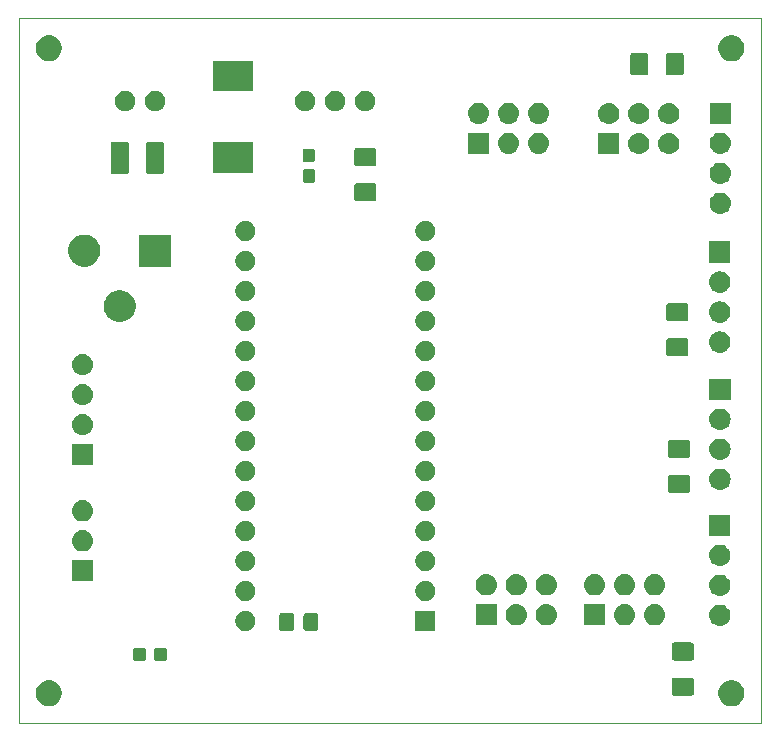
<source format=gbr>
G04 #@! TF.GenerationSoftware,KiCad,Pcbnew,5.1.2*
G04 #@! TF.CreationDate,2019-05-12T19:07:36-07:00*
G04 #@! TF.ProjectId,dashboard_shield,64617368-626f-4617-9264-5f736869656c,rev?*
G04 #@! TF.SameCoordinates,Original*
G04 #@! TF.FileFunction,Soldermask,Bot*
G04 #@! TF.FilePolarity,Negative*
%FSLAX46Y46*%
G04 Gerber Fmt 4.6, Leading zero omitted, Abs format (unit mm)*
G04 Created by KiCad (PCBNEW 5.1.2) date 2019-05-12 19:07:36*
%MOMM*%
%LPD*%
G04 APERTURE LIST*
%ADD10C,0.050000*%
%ADD11C,0.100000*%
G04 APERTURE END LIST*
D10*
X158115000Y-121920000D02*
X158115000Y-62230000D01*
X220980000Y-121920000D02*
X158115000Y-121920000D01*
X220980000Y-62230000D02*
X220980000Y-121920000D01*
X158115000Y-62230000D02*
X220980000Y-62230000D01*
D11*
G36*
X218591830Y-118287631D02*
G01*
X218761150Y-118321311D01*
X218861334Y-118362809D01*
X218961520Y-118404307D01*
X219141844Y-118524795D01*
X219295205Y-118678156D01*
X219415693Y-118858480D01*
X219498689Y-119058851D01*
X219541000Y-119271560D01*
X219541000Y-119488440D01*
X219498689Y-119701149D01*
X219415693Y-119901520D01*
X219295205Y-120081844D01*
X219141844Y-120235205D01*
X218961520Y-120355693D01*
X218761150Y-120438689D01*
X218654795Y-120459844D01*
X218548440Y-120481000D01*
X218331560Y-120481000D01*
X218225205Y-120459844D01*
X218118850Y-120438689D01*
X217918480Y-120355693D01*
X217738156Y-120235205D01*
X217584795Y-120081844D01*
X217464307Y-119901520D01*
X217381311Y-119701149D01*
X217339000Y-119488440D01*
X217339000Y-119271560D01*
X217381311Y-119058851D01*
X217464307Y-118858480D01*
X217584795Y-118678156D01*
X217738156Y-118524795D01*
X217918480Y-118404307D01*
X218018666Y-118362809D01*
X218118850Y-118321311D01*
X218288170Y-118287631D01*
X218331560Y-118279000D01*
X218548440Y-118279000D01*
X218591830Y-118287631D01*
X218591830Y-118287631D01*
G37*
G36*
X160806830Y-118287631D02*
G01*
X160976150Y-118321311D01*
X161076334Y-118362809D01*
X161176520Y-118404307D01*
X161356844Y-118524795D01*
X161510205Y-118678156D01*
X161630693Y-118858480D01*
X161713689Y-119058851D01*
X161756000Y-119271560D01*
X161756000Y-119488440D01*
X161713689Y-119701149D01*
X161630693Y-119901520D01*
X161510205Y-120081844D01*
X161356844Y-120235205D01*
X161176520Y-120355693D01*
X160976150Y-120438689D01*
X160869795Y-120459844D01*
X160763440Y-120481000D01*
X160546560Y-120481000D01*
X160440205Y-120459844D01*
X160333850Y-120438689D01*
X160133480Y-120355693D01*
X159953156Y-120235205D01*
X159799795Y-120081844D01*
X159679307Y-119901520D01*
X159596311Y-119701149D01*
X159554000Y-119488440D01*
X159554000Y-119271560D01*
X159596311Y-119058851D01*
X159679307Y-118858480D01*
X159799795Y-118678156D01*
X159953156Y-118524795D01*
X160133480Y-118404307D01*
X160233666Y-118362809D01*
X160333850Y-118321311D01*
X160503170Y-118287631D01*
X160546560Y-118279000D01*
X160763440Y-118279000D01*
X160806830Y-118287631D01*
X160806830Y-118287631D01*
G37*
G36*
X215100762Y-118076181D02*
G01*
X215135681Y-118086774D01*
X215167863Y-118103976D01*
X215196073Y-118127127D01*
X215219224Y-118155337D01*
X215236426Y-118187519D01*
X215247019Y-118222438D01*
X215251200Y-118264895D01*
X215251200Y-119406105D01*
X215247019Y-119448562D01*
X215236426Y-119483481D01*
X215219224Y-119515663D01*
X215196073Y-119543873D01*
X215167863Y-119567024D01*
X215135681Y-119584226D01*
X215100762Y-119594819D01*
X215058305Y-119599000D01*
X213592095Y-119599000D01*
X213549638Y-119594819D01*
X213514719Y-119584226D01*
X213482537Y-119567024D01*
X213454327Y-119543873D01*
X213431176Y-119515663D01*
X213413974Y-119483481D01*
X213403381Y-119448562D01*
X213399200Y-119406105D01*
X213399200Y-118264895D01*
X213403381Y-118222438D01*
X213413974Y-118187519D01*
X213431176Y-118155337D01*
X213454327Y-118127127D01*
X213482537Y-118103976D01*
X213514719Y-118086774D01*
X213549638Y-118076181D01*
X213592095Y-118072000D01*
X215058305Y-118072000D01*
X215100762Y-118076181D01*
X215100762Y-118076181D01*
G37*
G36*
X170504299Y-115581845D02*
G01*
X170541795Y-115593220D01*
X170576354Y-115611692D01*
X170606647Y-115636553D01*
X170631508Y-115666846D01*
X170649980Y-115701405D01*
X170661355Y-115738901D01*
X170665800Y-115784038D01*
X170665800Y-116422762D01*
X170661355Y-116467899D01*
X170649980Y-116505395D01*
X170631508Y-116539954D01*
X170606647Y-116570247D01*
X170576354Y-116595108D01*
X170541795Y-116613580D01*
X170504299Y-116624955D01*
X170459162Y-116629400D01*
X169720438Y-116629400D01*
X169675301Y-116624955D01*
X169637805Y-116613580D01*
X169603246Y-116595108D01*
X169572953Y-116570247D01*
X169548092Y-116539954D01*
X169529620Y-116505395D01*
X169518245Y-116467899D01*
X169513800Y-116422762D01*
X169513800Y-115784038D01*
X169518245Y-115738901D01*
X169529620Y-115701405D01*
X169548092Y-115666846D01*
X169572953Y-115636553D01*
X169603246Y-115611692D01*
X169637805Y-115593220D01*
X169675301Y-115581845D01*
X169720438Y-115577400D01*
X170459162Y-115577400D01*
X170504299Y-115581845D01*
X170504299Y-115581845D01*
G37*
G36*
X168754299Y-115581845D02*
G01*
X168791795Y-115593220D01*
X168826354Y-115611692D01*
X168856647Y-115636553D01*
X168881508Y-115666846D01*
X168899980Y-115701405D01*
X168911355Y-115738901D01*
X168915800Y-115784038D01*
X168915800Y-116422762D01*
X168911355Y-116467899D01*
X168899980Y-116505395D01*
X168881508Y-116539954D01*
X168856647Y-116570247D01*
X168826354Y-116595108D01*
X168791795Y-116613580D01*
X168754299Y-116624955D01*
X168709162Y-116629400D01*
X167970438Y-116629400D01*
X167925301Y-116624955D01*
X167887805Y-116613580D01*
X167853246Y-116595108D01*
X167822953Y-116570247D01*
X167798092Y-116539954D01*
X167779620Y-116505395D01*
X167768245Y-116467899D01*
X167763800Y-116422762D01*
X167763800Y-115784038D01*
X167768245Y-115738901D01*
X167779620Y-115701405D01*
X167798092Y-115666846D01*
X167822953Y-115636553D01*
X167853246Y-115611692D01*
X167887805Y-115593220D01*
X167925301Y-115581845D01*
X167970438Y-115577400D01*
X168709162Y-115577400D01*
X168754299Y-115581845D01*
X168754299Y-115581845D01*
G37*
G36*
X215100762Y-115101181D02*
G01*
X215135681Y-115111774D01*
X215167863Y-115128976D01*
X215196073Y-115152127D01*
X215219224Y-115180337D01*
X215236426Y-115212519D01*
X215247019Y-115247438D01*
X215251200Y-115289895D01*
X215251200Y-116431105D01*
X215247019Y-116473562D01*
X215236426Y-116508481D01*
X215219224Y-116540663D01*
X215196073Y-116568873D01*
X215167863Y-116592024D01*
X215135681Y-116609226D01*
X215100762Y-116619819D01*
X215058305Y-116624000D01*
X213592095Y-116624000D01*
X213549638Y-116619819D01*
X213514719Y-116609226D01*
X213482537Y-116592024D01*
X213454327Y-116568873D01*
X213431176Y-116540663D01*
X213413974Y-116508481D01*
X213403381Y-116473562D01*
X213399200Y-116431105D01*
X213399200Y-115289895D01*
X213403381Y-115247438D01*
X213413974Y-115212519D01*
X213431176Y-115180337D01*
X213454327Y-115152127D01*
X213482537Y-115128976D01*
X213514719Y-115111774D01*
X213549638Y-115101181D01*
X213592095Y-115097000D01*
X215058305Y-115097000D01*
X215100762Y-115101181D01*
X215100762Y-115101181D01*
G37*
G36*
X193383000Y-114135000D02*
G01*
X191681000Y-114135000D01*
X191681000Y-112433000D01*
X193383000Y-112433000D01*
X193383000Y-114135000D01*
X193383000Y-114135000D01*
G37*
G36*
X177540228Y-112465703D02*
G01*
X177695100Y-112529853D01*
X177834481Y-112622985D01*
X177953015Y-112741519D01*
X178046147Y-112880900D01*
X178110297Y-113035772D01*
X178143000Y-113200184D01*
X178143000Y-113367816D01*
X178110297Y-113532228D01*
X178046147Y-113687100D01*
X177953015Y-113826481D01*
X177834481Y-113945015D01*
X177695100Y-114038147D01*
X177540228Y-114102297D01*
X177375816Y-114135000D01*
X177208184Y-114135000D01*
X177043772Y-114102297D01*
X176888900Y-114038147D01*
X176749519Y-113945015D01*
X176630985Y-113826481D01*
X176537853Y-113687100D01*
X176473703Y-113532228D01*
X176441000Y-113367816D01*
X176441000Y-113200184D01*
X176473703Y-113035772D01*
X176537853Y-112880900D01*
X176630985Y-112741519D01*
X176749519Y-112622985D01*
X176888900Y-112529853D01*
X177043772Y-112465703D01*
X177208184Y-112433000D01*
X177375816Y-112433000D01*
X177540228Y-112465703D01*
X177540228Y-112465703D01*
G37*
G36*
X181251874Y-112613665D02*
G01*
X181289567Y-112625099D01*
X181324303Y-112643666D01*
X181354748Y-112668652D01*
X181379734Y-112699097D01*
X181398301Y-112733833D01*
X181409735Y-112771526D01*
X181414200Y-112816861D01*
X181414200Y-113903539D01*
X181409735Y-113948874D01*
X181398301Y-113986567D01*
X181379734Y-114021303D01*
X181354748Y-114051748D01*
X181324303Y-114076734D01*
X181289567Y-114095301D01*
X181251874Y-114106735D01*
X181206539Y-114111200D01*
X180369861Y-114111200D01*
X180324526Y-114106735D01*
X180286833Y-114095301D01*
X180252097Y-114076734D01*
X180221652Y-114051748D01*
X180196666Y-114021303D01*
X180178099Y-113986567D01*
X180166665Y-113948874D01*
X180162200Y-113903539D01*
X180162200Y-112816861D01*
X180166665Y-112771526D01*
X180178099Y-112733833D01*
X180196666Y-112699097D01*
X180221652Y-112668652D01*
X180252097Y-112643666D01*
X180286833Y-112625099D01*
X180324526Y-112613665D01*
X180369861Y-112609200D01*
X181206539Y-112609200D01*
X181251874Y-112613665D01*
X181251874Y-112613665D01*
G37*
G36*
X183301874Y-112613665D02*
G01*
X183339567Y-112625099D01*
X183374303Y-112643666D01*
X183404748Y-112668652D01*
X183429734Y-112699097D01*
X183448301Y-112733833D01*
X183459735Y-112771526D01*
X183464200Y-112816861D01*
X183464200Y-113903539D01*
X183459735Y-113948874D01*
X183448301Y-113986567D01*
X183429734Y-114021303D01*
X183404748Y-114051748D01*
X183374303Y-114076734D01*
X183339567Y-114095301D01*
X183301874Y-114106735D01*
X183256539Y-114111200D01*
X182419861Y-114111200D01*
X182374526Y-114106735D01*
X182336833Y-114095301D01*
X182302097Y-114076734D01*
X182271652Y-114051748D01*
X182246666Y-114021303D01*
X182228099Y-113986567D01*
X182216665Y-113948874D01*
X182212200Y-113903539D01*
X182212200Y-112816861D01*
X182216665Y-112771526D01*
X182228099Y-112733833D01*
X182246666Y-112699097D01*
X182271652Y-112668652D01*
X182302097Y-112643666D01*
X182336833Y-112625099D01*
X182374526Y-112613665D01*
X182419861Y-112609200D01*
X183256539Y-112609200D01*
X183301874Y-112613665D01*
X183301874Y-112613665D01*
G37*
G36*
X217559843Y-111906919D02*
G01*
X217626027Y-111913437D01*
X217795866Y-111964957D01*
X217952391Y-112048622D01*
X217988129Y-112077952D01*
X218089586Y-112161214D01*
X218160487Y-112247609D01*
X218202178Y-112298409D01*
X218285843Y-112454934D01*
X218337363Y-112624773D01*
X218354759Y-112801400D01*
X218337363Y-112978027D01*
X218285843Y-113147866D01*
X218202178Y-113304391D01*
X218172848Y-113340129D01*
X218089586Y-113441586D01*
X217988129Y-113524848D01*
X217952391Y-113554178D01*
X217795866Y-113637843D01*
X217626027Y-113689363D01*
X217559843Y-113695881D01*
X217493660Y-113702400D01*
X217405140Y-113702400D01*
X217338957Y-113695881D01*
X217272773Y-113689363D01*
X217102934Y-113637843D01*
X216946409Y-113554178D01*
X216910671Y-113524848D01*
X216809214Y-113441586D01*
X216725952Y-113340129D01*
X216696622Y-113304391D01*
X216612957Y-113147866D01*
X216561437Y-112978027D01*
X216544041Y-112801400D01*
X216561437Y-112624773D01*
X216612957Y-112454934D01*
X216696622Y-112298409D01*
X216738313Y-112247609D01*
X216809214Y-112161214D01*
X216910671Y-112077952D01*
X216946409Y-112048622D01*
X217102934Y-111964957D01*
X217272773Y-111913437D01*
X217338957Y-111906919D01*
X217405140Y-111900400D01*
X217493660Y-111900400D01*
X217559843Y-111906919D01*
X217559843Y-111906919D01*
G37*
G36*
X200338642Y-111856118D02*
G01*
X200404827Y-111862637D01*
X200574666Y-111914157D01*
X200731191Y-111997822D01*
X200766929Y-112027152D01*
X200868386Y-112110414D01*
X200951648Y-112211871D01*
X200980978Y-112247609D01*
X201064643Y-112404134D01*
X201116163Y-112573973D01*
X201133559Y-112750600D01*
X201116163Y-112927227D01*
X201064643Y-113097066D01*
X200980978Y-113253591D01*
X200951648Y-113289329D01*
X200868386Y-113390786D01*
X200766929Y-113474048D01*
X200731191Y-113503378D01*
X200574666Y-113587043D01*
X200404827Y-113638563D01*
X200338642Y-113645082D01*
X200272460Y-113651600D01*
X200183940Y-113651600D01*
X200117758Y-113645082D01*
X200051573Y-113638563D01*
X199881734Y-113587043D01*
X199725209Y-113503378D01*
X199689471Y-113474048D01*
X199588014Y-113390786D01*
X199504752Y-113289329D01*
X199475422Y-113253591D01*
X199391757Y-113097066D01*
X199340237Y-112927227D01*
X199322841Y-112750600D01*
X199340237Y-112573973D01*
X199391757Y-112404134D01*
X199475422Y-112247609D01*
X199504752Y-112211871D01*
X199588014Y-112110414D01*
X199689471Y-112027152D01*
X199725209Y-111997822D01*
X199881734Y-111914157D01*
X200051573Y-111862637D01*
X200117758Y-111856118D01*
X200183940Y-111849600D01*
X200272460Y-111849600D01*
X200338642Y-111856118D01*
X200338642Y-111856118D01*
G37*
G36*
X202878642Y-111856118D02*
G01*
X202944827Y-111862637D01*
X203114666Y-111914157D01*
X203271191Y-111997822D01*
X203306929Y-112027152D01*
X203408386Y-112110414D01*
X203491648Y-112211871D01*
X203520978Y-112247609D01*
X203604643Y-112404134D01*
X203656163Y-112573973D01*
X203673559Y-112750600D01*
X203656163Y-112927227D01*
X203604643Y-113097066D01*
X203520978Y-113253591D01*
X203491648Y-113289329D01*
X203408386Y-113390786D01*
X203306929Y-113474048D01*
X203271191Y-113503378D01*
X203114666Y-113587043D01*
X202944827Y-113638563D01*
X202878642Y-113645082D01*
X202812460Y-113651600D01*
X202723940Y-113651600D01*
X202657758Y-113645082D01*
X202591573Y-113638563D01*
X202421734Y-113587043D01*
X202265209Y-113503378D01*
X202229471Y-113474048D01*
X202128014Y-113390786D01*
X202044752Y-113289329D01*
X202015422Y-113253591D01*
X201931757Y-113097066D01*
X201880237Y-112927227D01*
X201862841Y-112750600D01*
X201880237Y-112573973D01*
X201931757Y-112404134D01*
X202015422Y-112247609D01*
X202044752Y-112211871D01*
X202128014Y-112110414D01*
X202229471Y-112027152D01*
X202265209Y-111997822D01*
X202421734Y-111914157D01*
X202591573Y-111862637D01*
X202657758Y-111856118D01*
X202723940Y-111849600D01*
X202812460Y-111849600D01*
X202878642Y-111856118D01*
X202878642Y-111856118D01*
G37*
G36*
X207758600Y-113651600D02*
G01*
X205956600Y-113651600D01*
X205956600Y-111849600D01*
X207758600Y-111849600D01*
X207758600Y-113651600D01*
X207758600Y-113651600D01*
G37*
G36*
X209508042Y-111856118D02*
G01*
X209574227Y-111862637D01*
X209744066Y-111914157D01*
X209900591Y-111997822D01*
X209936329Y-112027152D01*
X210037786Y-112110414D01*
X210121048Y-112211871D01*
X210150378Y-112247609D01*
X210234043Y-112404134D01*
X210285563Y-112573973D01*
X210302959Y-112750600D01*
X210285563Y-112927227D01*
X210234043Y-113097066D01*
X210150378Y-113253591D01*
X210121048Y-113289329D01*
X210037786Y-113390786D01*
X209936329Y-113474048D01*
X209900591Y-113503378D01*
X209744066Y-113587043D01*
X209574227Y-113638563D01*
X209508042Y-113645082D01*
X209441860Y-113651600D01*
X209353340Y-113651600D01*
X209287158Y-113645082D01*
X209220973Y-113638563D01*
X209051134Y-113587043D01*
X208894609Y-113503378D01*
X208858871Y-113474048D01*
X208757414Y-113390786D01*
X208674152Y-113289329D01*
X208644822Y-113253591D01*
X208561157Y-113097066D01*
X208509637Y-112927227D01*
X208492241Y-112750600D01*
X208509637Y-112573973D01*
X208561157Y-112404134D01*
X208644822Y-112247609D01*
X208674152Y-112211871D01*
X208757414Y-112110414D01*
X208858871Y-112027152D01*
X208894609Y-111997822D01*
X209051134Y-111914157D01*
X209220973Y-111862637D01*
X209287158Y-111856118D01*
X209353340Y-111849600D01*
X209441860Y-111849600D01*
X209508042Y-111856118D01*
X209508042Y-111856118D01*
G37*
G36*
X212048042Y-111856118D02*
G01*
X212114227Y-111862637D01*
X212284066Y-111914157D01*
X212440591Y-111997822D01*
X212476329Y-112027152D01*
X212577786Y-112110414D01*
X212661048Y-112211871D01*
X212690378Y-112247609D01*
X212774043Y-112404134D01*
X212825563Y-112573973D01*
X212842959Y-112750600D01*
X212825563Y-112927227D01*
X212774043Y-113097066D01*
X212690378Y-113253591D01*
X212661048Y-113289329D01*
X212577786Y-113390786D01*
X212476329Y-113474048D01*
X212440591Y-113503378D01*
X212284066Y-113587043D01*
X212114227Y-113638563D01*
X212048042Y-113645082D01*
X211981860Y-113651600D01*
X211893340Y-113651600D01*
X211827158Y-113645082D01*
X211760973Y-113638563D01*
X211591134Y-113587043D01*
X211434609Y-113503378D01*
X211398871Y-113474048D01*
X211297414Y-113390786D01*
X211214152Y-113289329D01*
X211184822Y-113253591D01*
X211101157Y-113097066D01*
X211049637Y-112927227D01*
X211032241Y-112750600D01*
X211049637Y-112573973D01*
X211101157Y-112404134D01*
X211184822Y-112247609D01*
X211214152Y-112211871D01*
X211297414Y-112110414D01*
X211398871Y-112027152D01*
X211434609Y-111997822D01*
X211591134Y-111914157D01*
X211760973Y-111862637D01*
X211827158Y-111856118D01*
X211893340Y-111849600D01*
X211981860Y-111849600D01*
X212048042Y-111856118D01*
X212048042Y-111856118D01*
G37*
G36*
X198589200Y-113651600D02*
G01*
X196787200Y-113651600D01*
X196787200Y-111849600D01*
X198589200Y-111849600D01*
X198589200Y-113651600D01*
X198589200Y-113651600D01*
G37*
G36*
X177540228Y-109925703D02*
G01*
X177695100Y-109989853D01*
X177834481Y-110082985D01*
X177953015Y-110201519D01*
X178046147Y-110340900D01*
X178110297Y-110495772D01*
X178143000Y-110660184D01*
X178143000Y-110827816D01*
X178110297Y-110992228D01*
X178046147Y-111147100D01*
X177953015Y-111286481D01*
X177834481Y-111405015D01*
X177695100Y-111498147D01*
X177540228Y-111562297D01*
X177375816Y-111595000D01*
X177208184Y-111595000D01*
X177043772Y-111562297D01*
X176888900Y-111498147D01*
X176749519Y-111405015D01*
X176630985Y-111286481D01*
X176537853Y-111147100D01*
X176473703Y-110992228D01*
X176441000Y-110827816D01*
X176441000Y-110660184D01*
X176473703Y-110495772D01*
X176537853Y-110340900D01*
X176630985Y-110201519D01*
X176749519Y-110082985D01*
X176888900Y-109989853D01*
X177043772Y-109925703D01*
X177208184Y-109893000D01*
X177375816Y-109893000D01*
X177540228Y-109925703D01*
X177540228Y-109925703D01*
G37*
G36*
X192780228Y-109925703D02*
G01*
X192935100Y-109989853D01*
X193074481Y-110082985D01*
X193193015Y-110201519D01*
X193286147Y-110340900D01*
X193350297Y-110495772D01*
X193383000Y-110660184D01*
X193383000Y-110827816D01*
X193350297Y-110992228D01*
X193286147Y-111147100D01*
X193193015Y-111286481D01*
X193074481Y-111405015D01*
X192935100Y-111498147D01*
X192780228Y-111562297D01*
X192615816Y-111595000D01*
X192448184Y-111595000D01*
X192283772Y-111562297D01*
X192128900Y-111498147D01*
X191989519Y-111405015D01*
X191870985Y-111286481D01*
X191777853Y-111147100D01*
X191713703Y-110992228D01*
X191681000Y-110827816D01*
X191681000Y-110660184D01*
X191713703Y-110495772D01*
X191777853Y-110340900D01*
X191870985Y-110201519D01*
X191989519Y-110082985D01*
X192128900Y-109989853D01*
X192283772Y-109925703D01*
X192448184Y-109893000D01*
X192615816Y-109893000D01*
X192780228Y-109925703D01*
X192780228Y-109925703D01*
G37*
G36*
X217559842Y-109366918D02*
G01*
X217626027Y-109373437D01*
X217795866Y-109424957D01*
X217952391Y-109508622D01*
X217988129Y-109537952D01*
X218089586Y-109621214D01*
X218160487Y-109707609D01*
X218202178Y-109758409D01*
X218285843Y-109914934D01*
X218337363Y-110084773D01*
X218354759Y-110261400D01*
X218337363Y-110438027D01*
X218285843Y-110607866D01*
X218202178Y-110764391D01*
X218172848Y-110800129D01*
X218089586Y-110901586D01*
X217988129Y-110984848D01*
X217952391Y-111014178D01*
X217795866Y-111097843D01*
X217626027Y-111149363D01*
X217559843Y-111155881D01*
X217493660Y-111162400D01*
X217405140Y-111162400D01*
X217338957Y-111155881D01*
X217272773Y-111149363D01*
X217102934Y-111097843D01*
X216946409Y-111014178D01*
X216910671Y-110984848D01*
X216809214Y-110901586D01*
X216725952Y-110800129D01*
X216696622Y-110764391D01*
X216612957Y-110607866D01*
X216561437Y-110438027D01*
X216544041Y-110261400D01*
X216561437Y-110084773D01*
X216612957Y-109914934D01*
X216696622Y-109758409D01*
X216738313Y-109707609D01*
X216809214Y-109621214D01*
X216910671Y-109537952D01*
X216946409Y-109508622D01*
X217102934Y-109424957D01*
X217272773Y-109373437D01*
X217338958Y-109366918D01*
X217405140Y-109360400D01*
X217493660Y-109360400D01*
X217559842Y-109366918D01*
X217559842Y-109366918D01*
G37*
G36*
X209508043Y-109316119D02*
G01*
X209574227Y-109322637D01*
X209744066Y-109374157D01*
X209900591Y-109457822D01*
X209936329Y-109487152D01*
X210037786Y-109570414D01*
X210121048Y-109671871D01*
X210150378Y-109707609D01*
X210234043Y-109864134D01*
X210285563Y-110033973D01*
X210302959Y-110210600D01*
X210285563Y-110387227D01*
X210234043Y-110557066D01*
X210150378Y-110713591D01*
X210121048Y-110749329D01*
X210037786Y-110850786D01*
X209936329Y-110934048D01*
X209900591Y-110963378D01*
X209744066Y-111047043D01*
X209574227Y-111098563D01*
X209508042Y-111105082D01*
X209441860Y-111111600D01*
X209353340Y-111111600D01*
X209287158Y-111105082D01*
X209220973Y-111098563D01*
X209051134Y-111047043D01*
X208894609Y-110963378D01*
X208858871Y-110934048D01*
X208757414Y-110850786D01*
X208674152Y-110749329D01*
X208644822Y-110713591D01*
X208561157Y-110557066D01*
X208509637Y-110387227D01*
X208492241Y-110210600D01*
X208509637Y-110033973D01*
X208561157Y-109864134D01*
X208644822Y-109707609D01*
X208674152Y-109671871D01*
X208757414Y-109570414D01*
X208858871Y-109487152D01*
X208894609Y-109457822D01*
X209051134Y-109374157D01*
X209220973Y-109322637D01*
X209287157Y-109316119D01*
X209353340Y-109309600D01*
X209441860Y-109309600D01*
X209508043Y-109316119D01*
X209508043Y-109316119D01*
G37*
G36*
X206968043Y-109316119D02*
G01*
X207034227Y-109322637D01*
X207204066Y-109374157D01*
X207360591Y-109457822D01*
X207396329Y-109487152D01*
X207497786Y-109570414D01*
X207581048Y-109671871D01*
X207610378Y-109707609D01*
X207694043Y-109864134D01*
X207745563Y-110033973D01*
X207762959Y-110210600D01*
X207745563Y-110387227D01*
X207694043Y-110557066D01*
X207610378Y-110713591D01*
X207581048Y-110749329D01*
X207497786Y-110850786D01*
X207396329Y-110934048D01*
X207360591Y-110963378D01*
X207204066Y-111047043D01*
X207034227Y-111098563D01*
X206968042Y-111105082D01*
X206901860Y-111111600D01*
X206813340Y-111111600D01*
X206747158Y-111105082D01*
X206680973Y-111098563D01*
X206511134Y-111047043D01*
X206354609Y-110963378D01*
X206318871Y-110934048D01*
X206217414Y-110850786D01*
X206134152Y-110749329D01*
X206104822Y-110713591D01*
X206021157Y-110557066D01*
X205969637Y-110387227D01*
X205952241Y-110210600D01*
X205969637Y-110033973D01*
X206021157Y-109864134D01*
X206104822Y-109707609D01*
X206134152Y-109671871D01*
X206217414Y-109570414D01*
X206318871Y-109487152D01*
X206354609Y-109457822D01*
X206511134Y-109374157D01*
X206680973Y-109322637D01*
X206747157Y-109316119D01*
X206813340Y-109309600D01*
X206901860Y-109309600D01*
X206968043Y-109316119D01*
X206968043Y-109316119D01*
G37*
G36*
X212048043Y-109316119D02*
G01*
X212114227Y-109322637D01*
X212284066Y-109374157D01*
X212440591Y-109457822D01*
X212476329Y-109487152D01*
X212577786Y-109570414D01*
X212661048Y-109671871D01*
X212690378Y-109707609D01*
X212774043Y-109864134D01*
X212825563Y-110033973D01*
X212842959Y-110210600D01*
X212825563Y-110387227D01*
X212774043Y-110557066D01*
X212690378Y-110713591D01*
X212661048Y-110749329D01*
X212577786Y-110850786D01*
X212476329Y-110934048D01*
X212440591Y-110963378D01*
X212284066Y-111047043D01*
X212114227Y-111098563D01*
X212048042Y-111105082D01*
X211981860Y-111111600D01*
X211893340Y-111111600D01*
X211827158Y-111105082D01*
X211760973Y-111098563D01*
X211591134Y-111047043D01*
X211434609Y-110963378D01*
X211398871Y-110934048D01*
X211297414Y-110850786D01*
X211214152Y-110749329D01*
X211184822Y-110713591D01*
X211101157Y-110557066D01*
X211049637Y-110387227D01*
X211032241Y-110210600D01*
X211049637Y-110033973D01*
X211101157Y-109864134D01*
X211184822Y-109707609D01*
X211214152Y-109671871D01*
X211297414Y-109570414D01*
X211398871Y-109487152D01*
X211434609Y-109457822D01*
X211591134Y-109374157D01*
X211760973Y-109322637D01*
X211827157Y-109316119D01*
X211893340Y-109309600D01*
X211981860Y-109309600D01*
X212048043Y-109316119D01*
X212048043Y-109316119D01*
G37*
G36*
X202878643Y-109316119D02*
G01*
X202944827Y-109322637D01*
X203114666Y-109374157D01*
X203271191Y-109457822D01*
X203306929Y-109487152D01*
X203408386Y-109570414D01*
X203491648Y-109671871D01*
X203520978Y-109707609D01*
X203604643Y-109864134D01*
X203656163Y-110033973D01*
X203673559Y-110210600D01*
X203656163Y-110387227D01*
X203604643Y-110557066D01*
X203520978Y-110713591D01*
X203491648Y-110749329D01*
X203408386Y-110850786D01*
X203306929Y-110934048D01*
X203271191Y-110963378D01*
X203114666Y-111047043D01*
X202944827Y-111098563D01*
X202878642Y-111105082D01*
X202812460Y-111111600D01*
X202723940Y-111111600D01*
X202657758Y-111105082D01*
X202591573Y-111098563D01*
X202421734Y-111047043D01*
X202265209Y-110963378D01*
X202229471Y-110934048D01*
X202128014Y-110850786D01*
X202044752Y-110749329D01*
X202015422Y-110713591D01*
X201931757Y-110557066D01*
X201880237Y-110387227D01*
X201862841Y-110210600D01*
X201880237Y-110033973D01*
X201931757Y-109864134D01*
X202015422Y-109707609D01*
X202044752Y-109671871D01*
X202128014Y-109570414D01*
X202229471Y-109487152D01*
X202265209Y-109457822D01*
X202421734Y-109374157D01*
X202591573Y-109322637D01*
X202657757Y-109316119D01*
X202723940Y-109309600D01*
X202812460Y-109309600D01*
X202878643Y-109316119D01*
X202878643Y-109316119D01*
G37*
G36*
X200338643Y-109316119D02*
G01*
X200404827Y-109322637D01*
X200574666Y-109374157D01*
X200731191Y-109457822D01*
X200766929Y-109487152D01*
X200868386Y-109570414D01*
X200951648Y-109671871D01*
X200980978Y-109707609D01*
X201064643Y-109864134D01*
X201116163Y-110033973D01*
X201133559Y-110210600D01*
X201116163Y-110387227D01*
X201064643Y-110557066D01*
X200980978Y-110713591D01*
X200951648Y-110749329D01*
X200868386Y-110850786D01*
X200766929Y-110934048D01*
X200731191Y-110963378D01*
X200574666Y-111047043D01*
X200404827Y-111098563D01*
X200338642Y-111105082D01*
X200272460Y-111111600D01*
X200183940Y-111111600D01*
X200117758Y-111105082D01*
X200051573Y-111098563D01*
X199881734Y-111047043D01*
X199725209Y-110963378D01*
X199689471Y-110934048D01*
X199588014Y-110850786D01*
X199504752Y-110749329D01*
X199475422Y-110713591D01*
X199391757Y-110557066D01*
X199340237Y-110387227D01*
X199322841Y-110210600D01*
X199340237Y-110033973D01*
X199391757Y-109864134D01*
X199475422Y-109707609D01*
X199504752Y-109671871D01*
X199588014Y-109570414D01*
X199689471Y-109487152D01*
X199725209Y-109457822D01*
X199881734Y-109374157D01*
X200051573Y-109322637D01*
X200117757Y-109316119D01*
X200183940Y-109309600D01*
X200272460Y-109309600D01*
X200338643Y-109316119D01*
X200338643Y-109316119D01*
G37*
G36*
X197798643Y-109316119D02*
G01*
X197864827Y-109322637D01*
X198034666Y-109374157D01*
X198191191Y-109457822D01*
X198226929Y-109487152D01*
X198328386Y-109570414D01*
X198411648Y-109671871D01*
X198440978Y-109707609D01*
X198524643Y-109864134D01*
X198576163Y-110033973D01*
X198593559Y-110210600D01*
X198576163Y-110387227D01*
X198524643Y-110557066D01*
X198440978Y-110713591D01*
X198411648Y-110749329D01*
X198328386Y-110850786D01*
X198226929Y-110934048D01*
X198191191Y-110963378D01*
X198034666Y-111047043D01*
X197864827Y-111098563D01*
X197798642Y-111105082D01*
X197732460Y-111111600D01*
X197643940Y-111111600D01*
X197577758Y-111105082D01*
X197511573Y-111098563D01*
X197341734Y-111047043D01*
X197185209Y-110963378D01*
X197149471Y-110934048D01*
X197048014Y-110850786D01*
X196964752Y-110749329D01*
X196935422Y-110713591D01*
X196851757Y-110557066D01*
X196800237Y-110387227D01*
X196782841Y-110210600D01*
X196800237Y-110033973D01*
X196851757Y-109864134D01*
X196935422Y-109707609D01*
X196964752Y-109671871D01*
X197048014Y-109570414D01*
X197149471Y-109487152D01*
X197185209Y-109457822D01*
X197341734Y-109374157D01*
X197511573Y-109322637D01*
X197577757Y-109316119D01*
X197643940Y-109309600D01*
X197732460Y-109309600D01*
X197798643Y-109316119D01*
X197798643Y-109316119D01*
G37*
G36*
X164400800Y-109917800D02*
G01*
X162598800Y-109917800D01*
X162598800Y-108115800D01*
X164400800Y-108115800D01*
X164400800Y-109917800D01*
X164400800Y-109917800D01*
G37*
G36*
X192780228Y-107385703D02*
G01*
X192935100Y-107449853D01*
X193074481Y-107542985D01*
X193193015Y-107661519D01*
X193286147Y-107800900D01*
X193350297Y-107955772D01*
X193383000Y-108120184D01*
X193383000Y-108287816D01*
X193350297Y-108452228D01*
X193286147Y-108607100D01*
X193193015Y-108746481D01*
X193074481Y-108865015D01*
X192935100Y-108958147D01*
X192780228Y-109022297D01*
X192615816Y-109055000D01*
X192448184Y-109055000D01*
X192283772Y-109022297D01*
X192128900Y-108958147D01*
X191989519Y-108865015D01*
X191870985Y-108746481D01*
X191777853Y-108607100D01*
X191713703Y-108452228D01*
X191681000Y-108287816D01*
X191681000Y-108120184D01*
X191713703Y-107955772D01*
X191777853Y-107800900D01*
X191870985Y-107661519D01*
X191989519Y-107542985D01*
X192128900Y-107449853D01*
X192283772Y-107385703D01*
X192448184Y-107353000D01*
X192615816Y-107353000D01*
X192780228Y-107385703D01*
X192780228Y-107385703D01*
G37*
G36*
X177540228Y-107385703D02*
G01*
X177695100Y-107449853D01*
X177834481Y-107542985D01*
X177953015Y-107661519D01*
X178046147Y-107800900D01*
X178110297Y-107955772D01*
X178143000Y-108120184D01*
X178143000Y-108287816D01*
X178110297Y-108452228D01*
X178046147Y-108607100D01*
X177953015Y-108746481D01*
X177834481Y-108865015D01*
X177695100Y-108958147D01*
X177540228Y-109022297D01*
X177375816Y-109055000D01*
X177208184Y-109055000D01*
X177043772Y-109022297D01*
X176888900Y-108958147D01*
X176749519Y-108865015D01*
X176630985Y-108746481D01*
X176537853Y-108607100D01*
X176473703Y-108452228D01*
X176441000Y-108287816D01*
X176441000Y-108120184D01*
X176473703Y-107955772D01*
X176537853Y-107800900D01*
X176630985Y-107661519D01*
X176749519Y-107542985D01*
X176888900Y-107449853D01*
X177043772Y-107385703D01*
X177208184Y-107353000D01*
X177375816Y-107353000D01*
X177540228Y-107385703D01*
X177540228Y-107385703D01*
G37*
G36*
X217559842Y-106826918D02*
G01*
X217626027Y-106833437D01*
X217795866Y-106884957D01*
X217952391Y-106968622D01*
X217966000Y-106979791D01*
X218089586Y-107081214D01*
X218172848Y-107182671D01*
X218202178Y-107218409D01*
X218244011Y-107296672D01*
X218280407Y-107364763D01*
X218285843Y-107374934D01*
X218337363Y-107544773D01*
X218354759Y-107721400D01*
X218337363Y-107898027D01*
X218285843Y-108067866D01*
X218202178Y-108224391D01*
X218172848Y-108260129D01*
X218089586Y-108361586D01*
X217988129Y-108444848D01*
X217952391Y-108474178D01*
X217795866Y-108557843D01*
X217626027Y-108609363D01*
X217559843Y-108615881D01*
X217493660Y-108622400D01*
X217405140Y-108622400D01*
X217338957Y-108615881D01*
X217272773Y-108609363D01*
X217102934Y-108557843D01*
X216946409Y-108474178D01*
X216910671Y-108444848D01*
X216809214Y-108361586D01*
X216725952Y-108260129D01*
X216696622Y-108224391D01*
X216612957Y-108067866D01*
X216561437Y-107898027D01*
X216544041Y-107721400D01*
X216561437Y-107544773D01*
X216612957Y-107374934D01*
X216618394Y-107364763D01*
X216654789Y-107296672D01*
X216696622Y-107218409D01*
X216725952Y-107182671D01*
X216809214Y-107081214D01*
X216932800Y-106979791D01*
X216946409Y-106968622D01*
X217102934Y-106884957D01*
X217272773Y-106833437D01*
X217338958Y-106826918D01*
X217405140Y-106820400D01*
X217493660Y-106820400D01*
X217559842Y-106826918D01*
X217559842Y-106826918D01*
G37*
G36*
X163610242Y-105582318D02*
G01*
X163676427Y-105588837D01*
X163846266Y-105640357D01*
X164002791Y-105724022D01*
X164031783Y-105747815D01*
X164139986Y-105836614D01*
X164223248Y-105938071D01*
X164252578Y-105973809D01*
X164336243Y-106130334D01*
X164387763Y-106300173D01*
X164405159Y-106476800D01*
X164387763Y-106653427D01*
X164337112Y-106820400D01*
X164336242Y-106823268D01*
X164303268Y-106884957D01*
X164252578Y-106979791D01*
X164223248Y-107015529D01*
X164139986Y-107116986D01*
X164038529Y-107200248D01*
X164002791Y-107229578D01*
X163846266Y-107313243D01*
X163676427Y-107364763D01*
X163610242Y-107371282D01*
X163544060Y-107377800D01*
X163455540Y-107377800D01*
X163389358Y-107371282D01*
X163323173Y-107364763D01*
X163153334Y-107313243D01*
X162996809Y-107229578D01*
X162961071Y-107200248D01*
X162859614Y-107116986D01*
X162776352Y-107015529D01*
X162747022Y-106979791D01*
X162696332Y-106884957D01*
X162663358Y-106823268D01*
X162662488Y-106820400D01*
X162611837Y-106653427D01*
X162594441Y-106476800D01*
X162611837Y-106300173D01*
X162663357Y-106130334D01*
X162747022Y-105973809D01*
X162776352Y-105938071D01*
X162859614Y-105836614D01*
X162967817Y-105747815D01*
X162996809Y-105724022D01*
X163153334Y-105640357D01*
X163323173Y-105588837D01*
X163389358Y-105582318D01*
X163455540Y-105575800D01*
X163544060Y-105575800D01*
X163610242Y-105582318D01*
X163610242Y-105582318D01*
G37*
G36*
X177540228Y-104845703D02*
G01*
X177695100Y-104909853D01*
X177834481Y-105002985D01*
X177953015Y-105121519D01*
X178046147Y-105260900D01*
X178110297Y-105415772D01*
X178143000Y-105580184D01*
X178143000Y-105747816D01*
X178110297Y-105912228D01*
X178046147Y-106067100D01*
X177953015Y-106206481D01*
X177834481Y-106325015D01*
X177695100Y-106418147D01*
X177540228Y-106482297D01*
X177375816Y-106515000D01*
X177208184Y-106515000D01*
X177043772Y-106482297D01*
X176888900Y-106418147D01*
X176749519Y-106325015D01*
X176630985Y-106206481D01*
X176537853Y-106067100D01*
X176473703Y-105912228D01*
X176441000Y-105747816D01*
X176441000Y-105580184D01*
X176473703Y-105415772D01*
X176537853Y-105260900D01*
X176630985Y-105121519D01*
X176749519Y-105002985D01*
X176888900Y-104909853D01*
X177043772Y-104845703D01*
X177208184Y-104813000D01*
X177375816Y-104813000D01*
X177540228Y-104845703D01*
X177540228Y-104845703D01*
G37*
G36*
X192780228Y-104845703D02*
G01*
X192935100Y-104909853D01*
X193074481Y-105002985D01*
X193193015Y-105121519D01*
X193286147Y-105260900D01*
X193350297Y-105415772D01*
X193383000Y-105580184D01*
X193383000Y-105747816D01*
X193350297Y-105912228D01*
X193286147Y-106067100D01*
X193193015Y-106206481D01*
X193074481Y-106325015D01*
X192935100Y-106418147D01*
X192780228Y-106482297D01*
X192615816Y-106515000D01*
X192448184Y-106515000D01*
X192283772Y-106482297D01*
X192128900Y-106418147D01*
X191989519Y-106325015D01*
X191870985Y-106206481D01*
X191777853Y-106067100D01*
X191713703Y-105912228D01*
X191681000Y-105747816D01*
X191681000Y-105580184D01*
X191713703Y-105415772D01*
X191777853Y-105260900D01*
X191870985Y-105121519D01*
X191989519Y-105002985D01*
X192128900Y-104909853D01*
X192283772Y-104845703D01*
X192448184Y-104813000D01*
X192615816Y-104813000D01*
X192780228Y-104845703D01*
X192780228Y-104845703D01*
G37*
G36*
X218350400Y-106082400D02*
G01*
X216548400Y-106082400D01*
X216548400Y-104280400D01*
X218350400Y-104280400D01*
X218350400Y-106082400D01*
X218350400Y-106082400D01*
G37*
G36*
X163610243Y-103042319D02*
G01*
X163676427Y-103048837D01*
X163846266Y-103100357D01*
X164002791Y-103184022D01*
X164031783Y-103207815D01*
X164139986Y-103296614D01*
X164223248Y-103398071D01*
X164252578Y-103433809D01*
X164336243Y-103590334D01*
X164387763Y-103760173D01*
X164405159Y-103936800D01*
X164387763Y-104113427D01*
X164336243Y-104283266D01*
X164252578Y-104439791D01*
X164223248Y-104475529D01*
X164139986Y-104576986D01*
X164038529Y-104660248D01*
X164002791Y-104689578D01*
X163846266Y-104773243D01*
X163676427Y-104824763D01*
X163610243Y-104831281D01*
X163544060Y-104837800D01*
X163455540Y-104837800D01*
X163389357Y-104831281D01*
X163323173Y-104824763D01*
X163153334Y-104773243D01*
X162996809Y-104689578D01*
X162961071Y-104660248D01*
X162859614Y-104576986D01*
X162776352Y-104475529D01*
X162747022Y-104439791D01*
X162663357Y-104283266D01*
X162611837Y-104113427D01*
X162594441Y-103936800D01*
X162611837Y-103760173D01*
X162663357Y-103590334D01*
X162747022Y-103433809D01*
X162776352Y-103398071D01*
X162859614Y-103296614D01*
X162967817Y-103207815D01*
X162996809Y-103184022D01*
X163153334Y-103100357D01*
X163323173Y-103048837D01*
X163389357Y-103042319D01*
X163455540Y-103035800D01*
X163544060Y-103035800D01*
X163610243Y-103042319D01*
X163610243Y-103042319D01*
G37*
G36*
X192780228Y-102305703D02*
G01*
X192935100Y-102369853D01*
X193074481Y-102462985D01*
X193193015Y-102581519D01*
X193286147Y-102720900D01*
X193350297Y-102875772D01*
X193383000Y-103040184D01*
X193383000Y-103207816D01*
X193350297Y-103372228D01*
X193286147Y-103527100D01*
X193193015Y-103666481D01*
X193074481Y-103785015D01*
X192935100Y-103878147D01*
X192780228Y-103942297D01*
X192615816Y-103975000D01*
X192448184Y-103975000D01*
X192283772Y-103942297D01*
X192128900Y-103878147D01*
X191989519Y-103785015D01*
X191870985Y-103666481D01*
X191777853Y-103527100D01*
X191713703Y-103372228D01*
X191681000Y-103207816D01*
X191681000Y-103040184D01*
X191713703Y-102875772D01*
X191777853Y-102720900D01*
X191870985Y-102581519D01*
X191989519Y-102462985D01*
X192128900Y-102369853D01*
X192283772Y-102305703D01*
X192448184Y-102273000D01*
X192615816Y-102273000D01*
X192780228Y-102305703D01*
X192780228Y-102305703D01*
G37*
G36*
X177540228Y-102305703D02*
G01*
X177695100Y-102369853D01*
X177834481Y-102462985D01*
X177953015Y-102581519D01*
X178046147Y-102720900D01*
X178110297Y-102875772D01*
X178143000Y-103040184D01*
X178143000Y-103207816D01*
X178110297Y-103372228D01*
X178046147Y-103527100D01*
X177953015Y-103666481D01*
X177834481Y-103785015D01*
X177695100Y-103878147D01*
X177540228Y-103942297D01*
X177375816Y-103975000D01*
X177208184Y-103975000D01*
X177043772Y-103942297D01*
X176888900Y-103878147D01*
X176749519Y-103785015D01*
X176630985Y-103666481D01*
X176537853Y-103527100D01*
X176473703Y-103372228D01*
X176441000Y-103207816D01*
X176441000Y-103040184D01*
X176473703Y-102875772D01*
X176537853Y-102720900D01*
X176630985Y-102581519D01*
X176749519Y-102462985D01*
X176888900Y-102369853D01*
X177043772Y-102305703D01*
X177208184Y-102273000D01*
X177375816Y-102273000D01*
X177540228Y-102305703D01*
X177540228Y-102305703D01*
G37*
G36*
X214770562Y-100931181D02*
G01*
X214805481Y-100941774D01*
X214837663Y-100958976D01*
X214865873Y-100982127D01*
X214889024Y-101010337D01*
X214906226Y-101042519D01*
X214916819Y-101077438D01*
X214921000Y-101119895D01*
X214921000Y-102261105D01*
X214916819Y-102303562D01*
X214906226Y-102338481D01*
X214889024Y-102370663D01*
X214865873Y-102398873D01*
X214837663Y-102422024D01*
X214805481Y-102439226D01*
X214770562Y-102449819D01*
X214728105Y-102454000D01*
X213261895Y-102454000D01*
X213219438Y-102449819D01*
X213184519Y-102439226D01*
X213152337Y-102422024D01*
X213124127Y-102398873D01*
X213100976Y-102370663D01*
X213083774Y-102338481D01*
X213073181Y-102303562D01*
X213069000Y-102261105D01*
X213069000Y-101119895D01*
X213073181Y-101077438D01*
X213083774Y-101042519D01*
X213100976Y-101010337D01*
X213124127Y-100982127D01*
X213152337Y-100958976D01*
X213184519Y-100941774D01*
X213219438Y-100931181D01*
X213261895Y-100927000D01*
X214728105Y-100927000D01*
X214770562Y-100931181D01*
X214770562Y-100931181D01*
G37*
G36*
X217585243Y-100375319D02*
G01*
X217651427Y-100381837D01*
X217821266Y-100433357D01*
X217977791Y-100517022D01*
X218013529Y-100546352D01*
X218114986Y-100629614D01*
X218198248Y-100731071D01*
X218227578Y-100766809D01*
X218311243Y-100923334D01*
X218362763Y-101093173D01*
X218380159Y-101269800D01*
X218362763Y-101446427D01*
X218311243Y-101616266D01*
X218227578Y-101772791D01*
X218198248Y-101808529D01*
X218114986Y-101909986D01*
X218013529Y-101993248D01*
X217977791Y-102022578D01*
X217821266Y-102106243D01*
X217651427Y-102157763D01*
X217585243Y-102164281D01*
X217519060Y-102170800D01*
X217430540Y-102170800D01*
X217364357Y-102164281D01*
X217298173Y-102157763D01*
X217128334Y-102106243D01*
X216971809Y-102022578D01*
X216936071Y-101993248D01*
X216834614Y-101909986D01*
X216751352Y-101808529D01*
X216722022Y-101772791D01*
X216638357Y-101616266D01*
X216586837Y-101446427D01*
X216569441Y-101269800D01*
X216586837Y-101093173D01*
X216638357Y-100923334D01*
X216722022Y-100766809D01*
X216751352Y-100731071D01*
X216834614Y-100629614D01*
X216936071Y-100546352D01*
X216971809Y-100517022D01*
X217128334Y-100433357D01*
X217298173Y-100381837D01*
X217364357Y-100375319D01*
X217430540Y-100368800D01*
X217519060Y-100368800D01*
X217585243Y-100375319D01*
X217585243Y-100375319D01*
G37*
G36*
X177540228Y-99765703D02*
G01*
X177695100Y-99829853D01*
X177834481Y-99922985D01*
X177953015Y-100041519D01*
X178046147Y-100180900D01*
X178110297Y-100335772D01*
X178143000Y-100500184D01*
X178143000Y-100667816D01*
X178110297Y-100832228D01*
X178046147Y-100987100D01*
X177953015Y-101126481D01*
X177834481Y-101245015D01*
X177695100Y-101338147D01*
X177540228Y-101402297D01*
X177375816Y-101435000D01*
X177208184Y-101435000D01*
X177043772Y-101402297D01*
X176888900Y-101338147D01*
X176749519Y-101245015D01*
X176630985Y-101126481D01*
X176537853Y-100987100D01*
X176473703Y-100832228D01*
X176441000Y-100667816D01*
X176441000Y-100500184D01*
X176473703Y-100335772D01*
X176537853Y-100180900D01*
X176630985Y-100041519D01*
X176749519Y-99922985D01*
X176888900Y-99829853D01*
X177043772Y-99765703D01*
X177208184Y-99733000D01*
X177375816Y-99733000D01*
X177540228Y-99765703D01*
X177540228Y-99765703D01*
G37*
G36*
X192780228Y-99765703D02*
G01*
X192935100Y-99829853D01*
X193074481Y-99922985D01*
X193193015Y-100041519D01*
X193286147Y-100180900D01*
X193350297Y-100335772D01*
X193383000Y-100500184D01*
X193383000Y-100667816D01*
X193350297Y-100832228D01*
X193286147Y-100987100D01*
X193193015Y-101126481D01*
X193074481Y-101245015D01*
X192935100Y-101338147D01*
X192780228Y-101402297D01*
X192615816Y-101435000D01*
X192448184Y-101435000D01*
X192283772Y-101402297D01*
X192128900Y-101338147D01*
X191989519Y-101245015D01*
X191870985Y-101126481D01*
X191777853Y-100987100D01*
X191713703Y-100832228D01*
X191681000Y-100667816D01*
X191681000Y-100500184D01*
X191713703Y-100335772D01*
X191777853Y-100180900D01*
X191870985Y-100041519D01*
X191989519Y-99922985D01*
X192128900Y-99829853D01*
X192283772Y-99765703D01*
X192448184Y-99733000D01*
X192615816Y-99733000D01*
X192780228Y-99765703D01*
X192780228Y-99765703D01*
G37*
G36*
X164400800Y-100088000D02*
G01*
X162598800Y-100088000D01*
X162598800Y-98286000D01*
X164400800Y-98286000D01*
X164400800Y-100088000D01*
X164400800Y-100088000D01*
G37*
G36*
X217585242Y-97835318D02*
G01*
X217651427Y-97841837D01*
X217821266Y-97893357D01*
X217977791Y-97977022D01*
X217986264Y-97983976D01*
X218114986Y-98089614D01*
X218179012Y-98167631D01*
X218227578Y-98226809D01*
X218311243Y-98383334D01*
X218362763Y-98553173D01*
X218380159Y-98729800D01*
X218362763Y-98906427D01*
X218311243Y-99076266D01*
X218227578Y-99232791D01*
X218202483Y-99263369D01*
X218114986Y-99369986D01*
X218013529Y-99453248D01*
X217977791Y-99482578D01*
X217821266Y-99566243D01*
X217651427Y-99617763D01*
X217585243Y-99624281D01*
X217519060Y-99630800D01*
X217430540Y-99630800D01*
X217364358Y-99624282D01*
X217298173Y-99617763D01*
X217128334Y-99566243D01*
X216971809Y-99482578D01*
X216936071Y-99453248D01*
X216834614Y-99369986D01*
X216747117Y-99263369D01*
X216722022Y-99232791D01*
X216638357Y-99076266D01*
X216586837Y-98906427D01*
X216569441Y-98729800D01*
X216586837Y-98553173D01*
X216638357Y-98383334D01*
X216722022Y-98226809D01*
X216770588Y-98167631D01*
X216834614Y-98089614D01*
X216963336Y-97983976D01*
X216971809Y-97977022D01*
X217128334Y-97893357D01*
X217298173Y-97841837D01*
X217364358Y-97835318D01*
X217430540Y-97828800D01*
X217519060Y-97828800D01*
X217585242Y-97835318D01*
X217585242Y-97835318D01*
G37*
G36*
X214770562Y-97956181D02*
G01*
X214805481Y-97966774D01*
X214837663Y-97983976D01*
X214865873Y-98007127D01*
X214889024Y-98035337D01*
X214906226Y-98067519D01*
X214916819Y-98102438D01*
X214921000Y-98144895D01*
X214921000Y-99286105D01*
X214916819Y-99328562D01*
X214906226Y-99363481D01*
X214889024Y-99395663D01*
X214865873Y-99423873D01*
X214837663Y-99447024D01*
X214805481Y-99464226D01*
X214770562Y-99474819D01*
X214728105Y-99479000D01*
X213261895Y-99479000D01*
X213219438Y-99474819D01*
X213184519Y-99464226D01*
X213152337Y-99447024D01*
X213124127Y-99423873D01*
X213100976Y-99395663D01*
X213083774Y-99363481D01*
X213073181Y-99328562D01*
X213069000Y-99286105D01*
X213069000Y-98144895D01*
X213073181Y-98102438D01*
X213083774Y-98067519D01*
X213100976Y-98035337D01*
X213124127Y-98007127D01*
X213152337Y-97983976D01*
X213184519Y-97966774D01*
X213219438Y-97956181D01*
X213261895Y-97952000D01*
X214728105Y-97952000D01*
X214770562Y-97956181D01*
X214770562Y-97956181D01*
G37*
G36*
X192780228Y-97225703D02*
G01*
X192935100Y-97289853D01*
X193074481Y-97382985D01*
X193193015Y-97501519D01*
X193286147Y-97640900D01*
X193350297Y-97795772D01*
X193383000Y-97960184D01*
X193383000Y-98127816D01*
X193350297Y-98292228D01*
X193286147Y-98447100D01*
X193193015Y-98586481D01*
X193074481Y-98705015D01*
X192935100Y-98798147D01*
X192780228Y-98862297D01*
X192615816Y-98895000D01*
X192448184Y-98895000D01*
X192283772Y-98862297D01*
X192128900Y-98798147D01*
X191989519Y-98705015D01*
X191870985Y-98586481D01*
X191777853Y-98447100D01*
X191713703Y-98292228D01*
X191681000Y-98127816D01*
X191681000Y-97960184D01*
X191713703Y-97795772D01*
X191777853Y-97640900D01*
X191870985Y-97501519D01*
X191989519Y-97382985D01*
X192128900Y-97289853D01*
X192283772Y-97225703D01*
X192448184Y-97193000D01*
X192615816Y-97193000D01*
X192780228Y-97225703D01*
X192780228Y-97225703D01*
G37*
G36*
X177540228Y-97225703D02*
G01*
X177695100Y-97289853D01*
X177834481Y-97382985D01*
X177953015Y-97501519D01*
X178046147Y-97640900D01*
X178110297Y-97795772D01*
X178143000Y-97960184D01*
X178143000Y-98127816D01*
X178110297Y-98292228D01*
X178046147Y-98447100D01*
X177953015Y-98586481D01*
X177834481Y-98705015D01*
X177695100Y-98798147D01*
X177540228Y-98862297D01*
X177375816Y-98895000D01*
X177208184Y-98895000D01*
X177043772Y-98862297D01*
X176888900Y-98798147D01*
X176749519Y-98705015D01*
X176630985Y-98586481D01*
X176537853Y-98447100D01*
X176473703Y-98292228D01*
X176441000Y-98127816D01*
X176441000Y-97960184D01*
X176473703Y-97795772D01*
X176537853Y-97640900D01*
X176630985Y-97501519D01*
X176749519Y-97382985D01*
X176888900Y-97289853D01*
X177043772Y-97225703D01*
X177208184Y-97193000D01*
X177375816Y-97193000D01*
X177540228Y-97225703D01*
X177540228Y-97225703D01*
G37*
G36*
X163607293Y-95752228D02*
G01*
X163676427Y-95759037D01*
X163846266Y-95810557D01*
X164002791Y-95894222D01*
X164038529Y-95923552D01*
X164139986Y-96006814D01*
X164223248Y-96108271D01*
X164252578Y-96144009D01*
X164336243Y-96300534D01*
X164387763Y-96470373D01*
X164405159Y-96647000D01*
X164387763Y-96823627D01*
X164336243Y-96993466D01*
X164252578Y-97149991D01*
X164223248Y-97185729D01*
X164139986Y-97287186D01*
X164038529Y-97370448D01*
X164002791Y-97399778D01*
X163846266Y-97483443D01*
X163676427Y-97534963D01*
X163610242Y-97541482D01*
X163544060Y-97548000D01*
X163455540Y-97548000D01*
X163389358Y-97541482D01*
X163323173Y-97534963D01*
X163153334Y-97483443D01*
X162996809Y-97399778D01*
X162961071Y-97370448D01*
X162859614Y-97287186D01*
X162776352Y-97185729D01*
X162747022Y-97149991D01*
X162663357Y-96993466D01*
X162611837Y-96823627D01*
X162594441Y-96647000D01*
X162611837Y-96470373D01*
X162663357Y-96300534D01*
X162747022Y-96144009D01*
X162776352Y-96108271D01*
X162859614Y-96006814D01*
X162961071Y-95923552D01*
X162996809Y-95894222D01*
X163153334Y-95810557D01*
X163323173Y-95759037D01*
X163392307Y-95752228D01*
X163455540Y-95746000D01*
X163544060Y-95746000D01*
X163607293Y-95752228D01*
X163607293Y-95752228D01*
G37*
G36*
X217585242Y-95295318D02*
G01*
X217651427Y-95301837D01*
X217821266Y-95353357D01*
X217977791Y-95437022D01*
X218013529Y-95466352D01*
X218114986Y-95549614D01*
X218198248Y-95651071D01*
X218227578Y-95686809D01*
X218311243Y-95843334D01*
X218362763Y-96013173D01*
X218380159Y-96189800D01*
X218362763Y-96366427D01*
X218311243Y-96536266D01*
X218227578Y-96692791D01*
X218198248Y-96728529D01*
X218114986Y-96829986D01*
X218013529Y-96913248D01*
X217977791Y-96942578D01*
X217821266Y-97026243D01*
X217651427Y-97077763D01*
X217585242Y-97084282D01*
X217519060Y-97090800D01*
X217430540Y-97090800D01*
X217364358Y-97084282D01*
X217298173Y-97077763D01*
X217128334Y-97026243D01*
X216971809Y-96942578D01*
X216936071Y-96913248D01*
X216834614Y-96829986D01*
X216751352Y-96728529D01*
X216722022Y-96692791D01*
X216638357Y-96536266D01*
X216586837Y-96366427D01*
X216569441Y-96189800D01*
X216586837Y-96013173D01*
X216638357Y-95843334D01*
X216722022Y-95686809D01*
X216751352Y-95651071D01*
X216834614Y-95549614D01*
X216936071Y-95466352D01*
X216971809Y-95437022D01*
X217128334Y-95353357D01*
X217298173Y-95301837D01*
X217364358Y-95295318D01*
X217430540Y-95288800D01*
X217519060Y-95288800D01*
X217585242Y-95295318D01*
X217585242Y-95295318D01*
G37*
G36*
X192780228Y-94685703D02*
G01*
X192935100Y-94749853D01*
X193074481Y-94842985D01*
X193193015Y-94961519D01*
X193286147Y-95100900D01*
X193350297Y-95255772D01*
X193383000Y-95420184D01*
X193383000Y-95587816D01*
X193350297Y-95752228D01*
X193286147Y-95907100D01*
X193193015Y-96046481D01*
X193074481Y-96165015D01*
X192935100Y-96258147D01*
X192780228Y-96322297D01*
X192615816Y-96355000D01*
X192448184Y-96355000D01*
X192283772Y-96322297D01*
X192128900Y-96258147D01*
X191989519Y-96165015D01*
X191870985Y-96046481D01*
X191777853Y-95907100D01*
X191713703Y-95752228D01*
X191681000Y-95587816D01*
X191681000Y-95420184D01*
X191713703Y-95255772D01*
X191777853Y-95100900D01*
X191870985Y-94961519D01*
X191989519Y-94842985D01*
X192128900Y-94749853D01*
X192283772Y-94685703D01*
X192448184Y-94653000D01*
X192615816Y-94653000D01*
X192780228Y-94685703D01*
X192780228Y-94685703D01*
G37*
G36*
X177540228Y-94685703D02*
G01*
X177695100Y-94749853D01*
X177834481Y-94842985D01*
X177953015Y-94961519D01*
X178046147Y-95100900D01*
X178110297Y-95255772D01*
X178143000Y-95420184D01*
X178143000Y-95587816D01*
X178110297Y-95752228D01*
X178046147Y-95907100D01*
X177953015Y-96046481D01*
X177834481Y-96165015D01*
X177695100Y-96258147D01*
X177540228Y-96322297D01*
X177375816Y-96355000D01*
X177208184Y-96355000D01*
X177043772Y-96322297D01*
X176888900Y-96258147D01*
X176749519Y-96165015D01*
X176630985Y-96046481D01*
X176537853Y-95907100D01*
X176473703Y-95752228D01*
X176441000Y-95587816D01*
X176441000Y-95420184D01*
X176473703Y-95255772D01*
X176537853Y-95100900D01*
X176630985Y-94961519D01*
X176749519Y-94842985D01*
X176888900Y-94749853D01*
X177043772Y-94685703D01*
X177208184Y-94653000D01*
X177375816Y-94653000D01*
X177540228Y-94685703D01*
X177540228Y-94685703D01*
G37*
G36*
X163607293Y-93212228D02*
G01*
X163676427Y-93219037D01*
X163846266Y-93270557D01*
X164002791Y-93354222D01*
X164038529Y-93383552D01*
X164139986Y-93466814D01*
X164223248Y-93568271D01*
X164252578Y-93604009D01*
X164336243Y-93760534D01*
X164387763Y-93930373D01*
X164405159Y-94107000D01*
X164387763Y-94283627D01*
X164336243Y-94453466D01*
X164252578Y-94609991D01*
X164223248Y-94645729D01*
X164139986Y-94747186D01*
X164038529Y-94830448D01*
X164002791Y-94859778D01*
X163846266Y-94943443D01*
X163676427Y-94994963D01*
X163610243Y-95001481D01*
X163544060Y-95008000D01*
X163455540Y-95008000D01*
X163389358Y-95001482D01*
X163323173Y-94994963D01*
X163153334Y-94943443D01*
X162996809Y-94859778D01*
X162961071Y-94830448D01*
X162859614Y-94747186D01*
X162776352Y-94645729D01*
X162747022Y-94609991D01*
X162663357Y-94453466D01*
X162611837Y-94283627D01*
X162594441Y-94107000D01*
X162611837Y-93930373D01*
X162663357Y-93760534D01*
X162747022Y-93604009D01*
X162776352Y-93568271D01*
X162859614Y-93466814D01*
X162961071Y-93383552D01*
X162996809Y-93354222D01*
X163153334Y-93270557D01*
X163323173Y-93219037D01*
X163392307Y-93212228D01*
X163455540Y-93206000D01*
X163544060Y-93206000D01*
X163607293Y-93212228D01*
X163607293Y-93212228D01*
G37*
G36*
X218375800Y-94550800D02*
G01*
X216573800Y-94550800D01*
X216573800Y-92748800D01*
X218375800Y-92748800D01*
X218375800Y-94550800D01*
X218375800Y-94550800D01*
G37*
G36*
X192780228Y-92145703D02*
G01*
X192935100Y-92209853D01*
X193074481Y-92302985D01*
X193193015Y-92421519D01*
X193286147Y-92560900D01*
X193350297Y-92715772D01*
X193383000Y-92880184D01*
X193383000Y-93047816D01*
X193350297Y-93212228D01*
X193286147Y-93367100D01*
X193193015Y-93506481D01*
X193074481Y-93625015D01*
X192935100Y-93718147D01*
X192780228Y-93782297D01*
X192615816Y-93815000D01*
X192448184Y-93815000D01*
X192283772Y-93782297D01*
X192128900Y-93718147D01*
X191989519Y-93625015D01*
X191870985Y-93506481D01*
X191777853Y-93367100D01*
X191713703Y-93212228D01*
X191681000Y-93047816D01*
X191681000Y-92880184D01*
X191713703Y-92715772D01*
X191777853Y-92560900D01*
X191870985Y-92421519D01*
X191989519Y-92302985D01*
X192128900Y-92209853D01*
X192283772Y-92145703D01*
X192448184Y-92113000D01*
X192615816Y-92113000D01*
X192780228Y-92145703D01*
X192780228Y-92145703D01*
G37*
G36*
X177540228Y-92145703D02*
G01*
X177695100Y-92209853D01*
X177834481Y-92302985D01*
X177953015Y-92421519D01*
X178046147Y-92560900D01*
X178110297Y-92715772D01*
X178143000Y-92880184D01*
X178143000Y-93047816D01*
X178110297Y-93212228D01*
X178046147Y-93367100D01*
X177953015Y-93506481D01*
X177834481Y-93625015D01*
X177695100Y-93718147D01*
X177540228Y-93782297D01*
X177375816Y-93815000D01*
X177208184Y-93815000D01*
X177043772Y-93782297D01*
X176888900Y-93718147D01*
X176749519Y-93625015D01*
X176630985Y-93506481D01*
X176537853Y-93367100D01*
X176473703Y-93212228D01*
X176441000Y-93047816D01*
X176441000Y-92880184D01*
X176473703Y-92715772D01*
X176537853Y-92560900D01*
X176630985Y-92421519D01*
X176749519Y-92302985D01*
X176888900Y-92209853D01*
X177043772Y-92145703D01*
X177208184Y-92113000D01*
X177375816Y-92113000D01*
X177540228Y-92145703D01*
X177540228Y-92145703D01*
G37*
G36*
X163607293Y-90672228D02*
G01*
X163676427Y-90679037D01*
X163846266Y-90730557D01*
X164002791Y-90814222D01*
X164033743Y-90839624D01*
X164139986Y-90926814D01*
X164223248Y-91028271D01*
X164252578Y-91064009D01*
X164336243Y-91220534D01*
X164387763Y-91390373D01*
X164405159Y-91567000D01*
X164387763Y-91743627D01*
X164336243Y-91913466D01*
X164252578Y-92069991D01*
X164223248Y-92105729D01*
X164139986Y-92207186D01*
X164038529Y-92290448D01*
X164002791Y-92319778D01*
X163846266Y-92403443D01*
X163676427Y-92454963D01*
X163610242Y-92461482D01*
X163544060Y-92468000D01*
X163455540Y-92468000D01*
X163389357Y-92461481D01*
X163323173Y-92454963D01*
X163153334Y-92403443D01*
X162996809Y-92319778D01*
X162961071Y-92290448D01*
X162859614Y-92207186D01*
X162776352Y-92105729D01*
X162747022Y-92069991D01*
X162663357Y-91913466D01*
X162611837Y-91743627D01*
X162594441Y-91567000D01*
X162611837Y-91390373D01*
X162663357Y-91220534D01*
X162747022Y-91064009D01*
X162776352Y-91028271D01*
X162859614Y-90926814D01*
X162965857Y-90839624D01*
X162996809Y-90814222D01*
X163153334Y-90730557D01*
X163323173Y-90679037D01*
X163392307Y-90672228D01*
X163455540Y-90666000D01*
X163544060Y-90666000D01*
X163607293Y-90672228D01*
X163607293Y-90672228D01*
G37*
G36*
X192780228Y-89605703D02*
G01*
X192935100Y-89669853D01*
X193074481Y-89762985D01*
X193193015Y-89881519D01*
X193286147Y-90020900D01*
X193350297Y-90175772D01*
X193383000Y-90340184D01*
X193383000Y-90507816D01*
X193350297Y-90672228D01*
X193286147Y-90827100D01*
X193193015Y-90966481D01*
X193074481Y-91085015D01*
X192935100Y-91178147D01*
X192780228Y-91242297D01*
X192615816Y-91275000D01*
X192448184Y-91275000D01*
X192283772Y-91242297D01*
X192128900Y-91178147D01*
X191989519Y-91085015D01*
X191870985Y-90966481D01*
X191777853Y-90827100D01*
X191713703Y-90672228D01*
X191681000Y-90507816D01*
X191681000Y-90340184D01*
X191713703Y-90175772D01*
X191777853Y-90020900D01*
X191870985Y-89881519D01*
X191989519Y-89762985D01*
X192128900Y-89669853D01*
X192283772Y-89605703D01*
X192448184Y-89573000D01*
X192615816Y-89573000D01*
X192780228Y-89605703D01*
X192780228Y-89605703D01*
G37*
G36*
X177540228Y-89605703D02*
G01*
X177695100Y-89669853D01*
X177834481Y-89762985D01*
X177953015Y-89881519D01*
X178046147Y-90020900D01*
X178110297Y-90175772D01*
X178143000Y-90340184D01*
X178143000Y-90507816D01*
X178110297Y-90672228D01*
X178046147Y-90827100D01*
X177953015Y-90966481D01*
X177834481Y-91085015D01*
X177695100Y-91178147D01*
X177540228Y-91242297D01*
X177375816Y-91275000D01*
X177208184Y-91275000D01*
X177043772Y-91242297D01*
X176888900Y-91178147D01*
X176749519Y-91085015D01*
X176630985Y-90966481D01*
X176537853Y-90827100D01*
X176473703Y-90672228D01*
X176441000Y-90507816D01*
X176441000Y-90340184D01*
X176473703Y-90175772D01*
X176537853Y-90020900D01*
X176630985Y-89881519D01*
X176749519Y-89762985D01*
X176888900Y-89669853D01*
X177043772Y-89605703D01*
X177208184Y-89573000D01*
X177375816Y-89573000D01*
X177540228Y-89605703D01*
X177540228Y-89605703D01*
G37*
G36*
X214618162Y-89348781D02*
G01*
X214653081Y-89359374D01*
X214685263Y-89376576D01*
X214713473Y-89399727D01*
X214736624Y-89427937D01*
X214753826Y-89460119D01*
X214764419Y-89495038D01*
X214768600Y-89537495D01*
X214768600Y-90678705D01*
X214764419Y-90721162D01*
X214753826Y-90756081D01*
X214736624Y-90788263D01*
X214713473Y-90816473D01*
X214685263Y-90839624D01*
X214653081Y-90856826D01*
X214618162Y-90867419D01*
X214575705Y-90871600D01*
X213109495Y-90871600D01*
X213067038Y-90867419D01*
X213032119Y-90856826D01*
X212999937Y-90839624D01*
X212971727Y-90816473D01*
X212948576Y-90788263D01*
X212931374Y-90756081D01*
X212920781Y-90721162D01*
X212916600Y-90678705D01*
X212916600Y-89537495D01*
X212920781Y-89495038D01*
X212931374Y-89460119D01*
X212948576Y-89427937D01*
X212971727Y-89399727D01*
X212999937Y-89376576D01*
X213032119Y-89359374D01*
X213067038Y-89348781D01*
X213109495Y-89344600D01*
X214575705Y-89344600D01*
X214618162Y-89348781D01*
X214618162Y-89348781D01*
G37*
G36*
X217559842Y-88767518D02*
G01*
X217626027Y-88774037D01*
X217795866Y-88825557D01*
X217952391Y-88909222D01*
X217988129Y-88938552D01*
X218089586Y-89021814D01*
X218172848Y-89123271D01*
X218202178Y-89159009D01*
X218285843Y-89315534D01*
X218337363Y-89485373D01*
X218354759Y-89662000D01*
X218337363Y-89838627D01*
X218285843Y-90008466D01*
X218202178Y-90164991D01*
X218193331Y-90175771D01*
X218089586Y-90302186D01*
X217988129Y-90385448D01*
X217952391Y-90414778D01*
X217795866Y-90498443D01*
X217626027Y-90549963D01*
X217559842Y-90556482D01*
X217493660Y-90563000D01*
X217405140Y-90563000D01*
X217338958Y-90556482D01*
X217272773Y-90549963D01*
X217102934Y-90498443D01*
X216946409Y-90414778D01*
X216910671Y-90385448D01*
X216809214Y-90302186D01*
X216705469Y-90175771D01*
X216696622Y-90164991D01*
X216612957Y-90008466D01*
X216561437Y-89838627D01*
X216544041Y-89662000D01*
X216561437Y-89485373D01*
X216612957Y-89315534D01*
X216696622Y-89159009D01*
X216725952Y-89123271D01*
X216809214Y-89021814D01*
X216910671Y-88938552D01*
X216946409Y-88909222D01*
X217102934Y-88825557D01*
X217272773Y-88774037D01*
X217338958Y-88767518D01*
X217405140Y-88761000D01*
X217493660Y-88761000D01*
X217559842Y-88767518D01*
X217559842Y-88767518D01*
G37*
G36*
X177540228Y-87065703D02*
G01*
X177695100Y-87129853D01*
X177834481Y-87222985D01*
X177953015Y-87341519D01*
X178046147Y-87480900D01*
X178110297Y-87635772D01*
X178143000Y-87800184D01*
X178143000Y-87967816D01*
X178110297Y-88132228D01*
X178046147Y-88287100D01*
X177953015Y-88426481D01*
X177834481Y-88545015D01*
X177695100Y-88638147D01*
X177540228Y-88702297D01*
X177375816Y-88735000D01*
X177208184Y-88735000D01*
X177043772Y-88702297D01*
X176888900Y-88638147D01*
X176749519Y-88545015D01*
X176630985Y-88426481D01*
X176537853Y-88287100D01*
X176473703Y-88132228D01*
X176441000Y-87967816D01*
X176441000Y-87800184D01*
X176473703Y-87635772D01*
X176537853Y-87480900D01*
X176630985Y-87341519D01*
X176749519Y-87222985D01*
X176888900Y-87129853D01*
X177043772Y-87065703D01*
X177208184Y-87033000D01*
X177375816Y-87033000D01*
X177540228Y-87065703D01*
X177540228Y-87065703D01*
G37*
G36*
X192780228Y-87065703D02*
G01*
X192935100Y-87129853D01*
X193074481Y-87222985D01*
X193193015Y-87341519D01*
X193286147Y-87480900D01*
X193350297Y-87635772D01*
X193383000Y-87800184D01*
X193383000Y-87967816D01*
X193350297Y-88132228D01*
X193286147Y-88287100D01*
X193193015Y-88426481D01*
X193074481Y-88545015D01*
X192935100Y-88638147D01*
X192780228Y-88702297D01*
X192615816Y-88735000D01*
X192448184Y-88735000D01*
X192283772Y-88702297D01*
X192128900Y-88638147D01*
X191989519Y-88545015D01*
X191870985Y-88426481D01*
X191777853Y-88287100D01*
X191713703Y-88132228D01*
X191681000Y-87967816D01*
X191681000Y-87800184D01*
X191713703Y-87635772D01*
X191777853Y-87480900D01*
X191870985Y-87341519D01*
X191989519Y-87222985D01*
X192128900Y-87129853D01*
X192283772Y-87065703D01*
X192448184Y-87033000D01*
X192615816Y-87033000D01*
X192780228Y-87065703D01*
X192780228Y-87065703D01*
G37*
G36*
X217559843Y-86227519D02*
G01*
X217626027Y-86234037D01*
X217795866Y-86285557D01*
X217952391Y-86369222D01*
X217977699Y-86389992D01*
X218089586Y-86481814D01*
X218155798Y-86562495D01*
X218202178Y-86619009D01*
X218285843Y-86775534D01*
X218337363Y-86945373D01*
X218354759Y-87122000D01*
X218337363Y-87298627D01*
X218285843Y-87468466D01*
X218202178Y-87624991D01*
X218193331Y-87635771D01*
X218089586Y-87762186D01*
X217992973Y-87841473D01*
X217952391Y-87874778D01*
X217795866Y-87958443D01*
X217626027Y-88009963D01*
X217559843Y-88016481D01*
X217493660Y-88023000D01*
X217405140Y-88023000D01*
X217338957Y-88016481D01*
X217272773Y-88009963D01*
X217102934Y-87958443D01*
X216946409Y-87874778D01*
X216905827Y-87841473D01*
X216809214Y-87762186D01*
X216705469Y-87635771D01*
X216696622Y-87624991D01*
X216612957Y-87468466D01*
X216561437Y-87298627D01*
X216544041Y-87122000D01*
X216561437Y-86945373D01*
X216612957Y-86775534D01*
X216696622Y-86619009D01*
X216743002Y-86562495D01*
X216809214Y-86481814D01*
X216921101Y-86389992D01*
X216946409Y-86369222D01*
X217102934Y-86285557D01*
X217272773Y-86234037D01*
X217338957Y-86227519D01*
X217405140Y-86221000D01*
X217493660Y-86221000D01*
X217559843Y-86227519D01*
X217559843Y-86227519D01*
G37*
G36*
X167040672Y-85315918D02*
G01*
X167286539Y-85417759D01*
X167301590Y-85427816D01*
X167507811Y-85565609D01*
X167695991Y-85753789D01*
X167843842Y-85975063D01*
X167945682Y-86220928D01*
X167997600Y-86481937D01*
X167997600Y-86748063D01*
X167945682Y-87009072D01*
X167843842Y-87254937D01*
X167695991Y-87476211D01*
X167507811Y-87664391D01*
X167407789Y-87731224D01*
X167286539Y-87812241D01*
X167286538Y-87812242D01*
X167286537Y-87812242D01*
X167040672Y-87914082D01*
X166779663Y-87966000D01*
X166513537Y-87966000D01*
X166252528Y-87914082D01*
X166006663Y-87812242D01*
X166006662Y-87812242D01*
X166006661Y-87812241D01*
X165885411Y-87731224D01*
X165785389Y-87664391D01*
X165597209Y-87476211D01*
X165449358Y-87254937D01*
X165347518Y-87009072D01*
X165295600Y-86748063D01*
X165295600Y-86481937D01*
X165347518Y-86220928D01*
X165449358Y-85975063D01*
X165597209Y-85753789D01*
X165785389Y-85565609D01*
X165991610Y-85427816D01*
X166006661Y-85417759D01*
X166252528Y-85315918D01*
X166513537Y-85264000D01*
X166779663Y-85264000D01*
X167040672Y-85315918D01*
X167040672Y-85315918D01*
G37*
G36*
X214618162Y-86373781D02*
G01*
X214653081Y-86384374D01*
X214685263Y-86401576D01*
X214713473Y-86424727D01*
X214736624Y-86452937D01*
X214753826Y-86485119D01*
X214764419Y-86520038D01*
X214768600Y-86562495D01*
X214768600Y-87703705D01*
X214764419Y-87746162D01*
X214753826Y-87781081D01*
X214736624Y-87813263D01*
X214713473Y-87841473D01*
X214685263Y-87864624D01*
X214653081Y-87881826D01*
X214618162Y-87892419D01*
X214575705Y-87896600D01*
X213109495Y-87896600D01*
X213067038Y-87892419D01*
X213032119Y-87881826D01*
X212999937Y-87864624D01*
X212971727Y-87841473D01*
X212948576Y-87813263D01*
X212931374Y-87781081D01*
X212920781Y-87746162D01*
X212916600Y-87703705D01*
X212916600Y-86562495D01*
X212920781Y-86520038D01*
X212931374Y-86485119D01*
X212948576Y-86452937D01*
X212971727Y-86424727D01*
X212999937Y-86401576D01*
X213032119Y-86384374D01*
X213067038Y-86373781D01*
X213109495Y-86369600D01*
X214575705Y-86369600D01*
X214618162Y-86373781D01*
X214618162Y-86373781D01*
G37*
G36*
X177540228Y-84525703D02*
G01*
X177695100Y-84589853D01*
X177834481Y-84682985D01*
X177953015Y-84801519D01*
X178046147Y-84940900D01*
X178110297Y-85095772D01*
X178143000Y-85260184D01*
X178143000Y-85427816D01*
X178110297Y-85592228D01*
X178046147Y-85747100D01*
X177953015Y-85886481D01*
X177834481Y-86005015D01*
X177695100Y-86098147D01*
X177540228Y-86162297D01*
X177375816Y-86195000D01*
X177208184Y-86195000D01*
X177043772Y-86162297D01*
X176888900Y-86098147D01*
X176749519Y-86005015D01*
X176630985Y-85886481D01*
X176537853Y-85747100D01*
X176473703Y-85592228D01*
X176441000Y-85427816D01*
X176441000Y-85260184D01*
X176473703Y-85095772D01*
X176537853Y-84940900D01*
X176630985Y-84801519D01*
X176749519Y-84682985D01*
X176888900Y-84589853D01*
X177043772Y-84525703D01*
X177208184Y-84493000D01*
X177375816Y-84493000D01*
X177540228Y-84525703D01*
X177540228Y-84525703D01*
G37*
G36*
X192780228Y-84525703D02*
G01*
X192935100Y-84589853D01*
X193074481Y-84682985D01*
X193193015Y-84801519D01*
X193286147Y-84940900D01*
X193350297Y-85095772D01*
X193383000Y-85260184D01*
X193383000Y-85427816D01*
X193350297Y-85592228D01*
X193286147Y-85747100D01*
X193193015Y-85886481D01*
X193074481Y-86005015D01*
X192935100Y-86098147D01*
X192780228Y-86162297D01*
X192615816Y-86195000D01*
X192448184Y-86195000D01*
X192283772Y-86162297D01*
X192128900Y-86098147D01*
X191989519Y-86005015D01*
X191870985Y-85886481D01*
X191777853Y-85747100D01*
X191713703Y-85592228D01*
X191681000Y-85427816D01*
X191681000Y-85260184D01*
X191713703Y-85095772D01*
X191777853Y-84940900D01*
X191870985Y-84801519D01*
X191989519Y-84682985D01*
X192128900Y-84589853D01*
X192283772Y-84525703D01*
X192448184Y-84493000D01*
X192615816Y-84493000D01*
X192780228Y-84525703D01*
X192780228Y-84525703D01*
G37*
G36*
X217559843Y-83687519D02*
G01*
X217626027Y-83694037D01*
X217795866Y-83745557D01*
X217952391Y-83829222D01*
X217988129Y-83858552D01*
X218089586Y-83941814D01*
X218172848Y-84043271D01*
X218202178Y-84079009D01*
X218285843Y-84235534D01*
X218337363Y-84405373D01*
X218354759Y-84582000D01*
X218337363Y-84758627D01*
X218285843Y-84928466D01*
X218202178Y-85084991D01*
X218193331Y-85095771D01*
X218089586Y-85222186D01*
X217988129Y-85305448D01*
X217952391Y-85334778D01*
X217795866Y-85418443D01*
X217626027Y-85469963D01*
X217559842Y-85476482D01*
X217493660Y-85483000D01*
X217405140Y-85483000D01*
X217338958Y-85476482D01*
X217272773Y-85469963D01*
X217102934Y-85418443D01*
X216946409Y-85334778D01*
X216910671Y-85305448D01*
X216809214Y-85222186D01*
X216705469Y-85095771D01*
X216696622Y-85084991D01*
X216612957Y-84928466D01*
X216561437Y-84758627D01*
X216544041Y-84582000D01*
X216561437Y-84405373D01*
X216612957Y-84235534D01*
X216696622Y-84079009D01*
X216725952Y-84043271D01*
X216809214Y-83941814D01*
X216910671Y-83858552D01*
X216946409Y-83829222D01*
X217102934Y-83745557D01*
X217272773Y-83694037D01*
X217338957Y-83687519D01*
X217405140Y-83681000D01*
X217493660Y-83681000D01*
X217559843Y-83687519D01*
X217559843Y-83687519D01*
G37*
G36*
X192780228Y-81985703D02*
G01*
X192935100Y-82049853D01*
X193074481Y-82142985D01*
X193193015Y-82261519D01*
X193286147Y-82400900D01*
X193350297Y-82555772D01*
X193383000Y-82720184D01*
X193383000Y-82887816D01*
X193350297Y-83052228D01*
X193286147Y-83207100D01*
X193193015Y-83346481D01*
X193074481Y-83465015D01*
X192935100Y-83558147D01*
X192780228Y-83622297D01*
X192615816Y-83655000D01*
X192448184Y-83655000D01*
X192283772Y-83622297D01*
X192128900Y-83558147D01*
X191989519Y-83465015D01*
X191870985Y-83346481D01*
X191777853Y-83207100D01*
X191713703Y-83052228D01*
X191681000Y-82887816D01*
X191681000Y-82720184D01*
X191713703Y-82555772D01*
X191777853Y-82400900D01*
X191870985Y-82261519D01*
X191989519Y-82142985D01*
X192128900Y-82049853D01*
X192283772Y-81985703D01*
X192448184Y-81953000D01*
X192615816Y-81953000D01*
X192780228Y-81985703D01*
X192780228Y-81985703D01*
G37*
G36*
X177540228Y-81985703D02*
G01*
X177695100Y-82049853D01*
X177834481Y-82142985D01*
X177953015Y-82261519D01*
X178046147Y-82400900D01*
X178110297Y-82555772D01*
X178143000Y-82720184D01*
X178143000Y-82887816D01*
X178110297Y-83052228D01*
X178046147Y-83207100D01*
X177953015Y-83346481D01*
X177834481Y-83465015D01*
X177695100Y-83558147D01*
X177540228Y-83622297D01*
X177375816Y-83655000D01*
X177208184Y-83655000D01*
X177043772Y-83622297D01*
X176888900Y-83558147D01*
X176749519Y-83465015D01*
X176630985Y-83346481D01*
X176537853Y-83207100D01*
X176473703Y-83052228D01*
X176441000Y-82887816D01*
X176441000Y-82720184D01*
X176473703Y-82555772D01*
X176537853Y-82400900D01*
X176630985Y-82261519D01*
X176749519Y-82142985D01*
X176888900Y-82049853D01*
X177043772Y-81985703D01*
X177208184Y-81953000D01*
X177375816Y-81953000D01*
X177540228Y-81985703D01*
X177540228Y-81985703D01*
G37*
G36*
X164040672Y-80615918D02*
G01*
X164286539Y-80717759D01*
X164507812Y-80865610D01*
X164695990Y-81053788D01*
X164843841Y-81275061D01*
X164945682Y-81520928D01*
X164997600Y-81781938D01*
X164997600Y-82048062D01*
X164945682Y-82309072D01*
X164843841Y-82554939D01*
X164695990Y-82776212D01*
X164507812Y-82964390D01*
X164286539Y-83112241D01*
X164286538Y-83112242D01*
X164286537Y-83112242D01*
X164040672Y-83214082D01*
X163779663Y-83266000D01*
X163513537Y-83266000D01*
X163252528Y-83214082D01*
X163006663Y-83112242D01*
X163006662Y-83112242D01*
X163006661Y-83112241D01*
X162785388Y-82964390D01*
X162597210Y-82776212D01*
X162449359Y-82554939D01*
X162347518Y-82309072D01*
X162295600Y-82048062D01*
X162295600Y-81781938D01*
X162347518Y-81520928D01*
X162449359Y-81275061D01*
X162597210Y-81053788D01*
X162785388Y-80865610D01*
X163006661Y-80717759D01*
X163252528Y-80615918D01*
X163513537Y-80564000D01*
X163779663Y-80564000D01*
X164040672Y-80615918D01*
X164040672Y-80615918D01*
G37*
G36*
X170997600Y-83266000D02*
G01*
X168295600Y-83266000D01*
X168295600Y-80564000D01*
X170997600Y-80564000D01*
X170997600Y-83266000D01*
X170997600Y-83266000D01*
G37*
G36*
X218350400Y-82943000D02*
G01*
X216548400Y-82943000D01*
X216548400Y-81141000D01*
X218350400Y-81141000D01*
X218350400Y-82943000D01*
X218350400Y-82943000D01*
G37*
G36*
X177540228Y-79445703D02*
G01*
X177695100Y-79509853D01*
X177834481Y-79602985D01*
X177953015Y-79721519D01*
X178046147Y-79860900D01*
X178110297Y-80015772D01*
X178143000Y-80180184D01*
X178143000Y-80347816D01*
X178110297Y-80512228D01*
X178046147Y-80667100D01*
X177953015Y-80806481D01*
X177834481Y-80925015D01*
X177695100Y-81018147D01*
X177540228Y-81082297D01*
X177375816Y-81115000D01*
X177208184Y-81115000D01*
X177043772Y-81082297D01*
X176888900Y-81018147D01*
X176749519Y-80925015D01*
X176630985Y-80806481D01*
X176537853Y-80667100D01*
X176473703Y-80512228D01*
X176441000Y-80347816D01*
X176441000Y-80180184D01*
X176473703Y-80015772D01*
X176537853Y-79860900D01*
X176630985Y-79721519D01*
X176749519Y-79602985D01*
X176888900Y-79509853D01*
X177043772Y-79445703D01*
X177208184Y-79413000D01*
X177375816Y-79413000D01*
X177540228Y-79445703D01*
X177540228Y-79445703D01*
G37*
G36*
X192780228Y-79445703D02*
G01*
X192935100Y-79509853D01*
X193074481Y-79602985D01*
X193193015Y-79721519D01*
X193286147Y-79860900D01*
X193350297Y-80015772D01*
X193383000Y-80180184D01*
X193383000Y-80347816D01*
X193350297Y-80512228D01*
X193286147Y-80667100D01*
X193193015Y-80806481D01*
X193074481Y-80925015D01*
X192935100Y-81018147D01*
X192780228Y-81082297D01*
X192615816Y-81115000D01*
X192448184Y-81115000D01*
X192283772Y-81082297D01*
X192128900Y-81018147D01*
X191989519Y-80925015D01*
X191870985Y-80806481D01*
X191777853Y-80667100D01*
X191713703Y-80512228D01*
X191681000Y-80347816D01*
X191681000Y-80180184D01*
X191713703Y-80015772D01*
X191777853Y-79860900D01*
X191870985Y-79721519D01*
X191989519Y-79602985D01*
X192128900Y-79509853D01*
X192283772Y-79445703D01*
X192448184Y-79413000D01*
X192615816Y-79413000D01*
X192780228Y-79445703D01*
X192780228Y-79445703D01*
G37*
G36*
X217610642Y-77007318D02*
G01*
X217676827Y-77013837D01*
X217846666Y-77065357D01*
X218003191Y-77149022D01*
X218038929Y-77178352D01*
X218140386Y-77261614D01*
X218223648Y-77363071D01*
X218252978Y-77398809D01*
X218336643Y-77555334D01*
X218388163Y-77725173D01*
X218405559Y-77901800D01*
X218388163Y-78078427D01*
X218336643Y-78248266D01*
X218252978Y-78404791D01*
X218223648Y-78440529D01*
X218140386Y-78541986D01*
X218038929Y-78625248D01*
X218003191Y-78654578D01*
X217846666Y-78738243D01*
X217676827Y-78789763D01*
X217610643Y-78796281D01*
X217544460Y-78802800D01*
X217455940Y-78802800D01*
X217389757Y-78796281D01*
X217323573Y-78789763D01*
X217153734Y-78738243D01*
X216997209Y-78654578D01*
X216961471Y-78625248D01*
X216860014Y-78541986D01*
X216776752Y-78440529D01*
X216747422Y-78404791D01*
X216663757Y-78248266D01*
X216612237Y-78078427D01*
X216594841Y-77901800D01*
X216612237Y-77725173D01*
X216663757Y-77555334D01*
X216747422Y-77398809D01*
X216776752Y-77363071D01*
X216860014Y-77261614D01*
X216961471Y-77178352D01*
X216997209Y-77149022D01*
X217153734Y-77065357D01*
X217323573Y-77013837D01*
X217389758Y-77007318D01*
X217455940Y-77000800D01*
X217544460Y-77000800D01*
X217610642Y-77007318D01*
X217610642Y-77007318D01*
G37*
G36*
X188227562Y-76216981D02*
G01*
X188262481Y-76227574D01*
X188294663Y-76244776D01*
X188322873Y-76267927D01*
X188346024Y-76296137D01*
X188363226Y-76328319D01*
X188373819Y-76363238D01*
X188378000Y-76405695D01*
X188378000Y-77546905D01*
X188373819Y-77589362D01*
X188363226Y-77624281D01*
X188346024Y-77656463D01*
X188322873Y-77684673D01*
X188294663Y-77707824D01*
X188262481Y-77725026D01*
X188227562Y-77735619D01*
X188185105Y-77739800D01*
X186718895Y-77739800D01*
X186676438Y-77735619D01*
X186641519Y-77725026D01*
X186609337Y-77707824D01*
X186581127Y-77684673D01*
X186557976Y-77656463D01*
X186540774Y-77624281D01*
X186530181Y-77589362D01*
X186526000Y-77546905D01*
X186526000Y-76405695D01*
X186530181Y-76363238D01*
X186540774Y-76328319D01*
X186557976Y-76296137D01*
X186581127Y-76267927D01*
X186609337Y-76244776D01*
X186641519Y-76227574D01*
X186676438Y-76216981D01*
X186718895Y-76212800D01*
X188185105Y-76212800D01*
X188227562Y-76216981D01*
X188227562Y-76216981D01*
G37*
G36*
X217610643Y-74467319D02*
G01*
X217676827Y-74473837D01*
X217846666Y-74525357D01*
X218003191Y-74609022D01*
X218038929Y-74638352D01*
X218140386Y-74721614D01*
X218223648Y-74823071D01*
X218252978Y-74858809D01*
X218336643Y-75015334D01*
X218388163Y-75185173D01*
X218405559Y-75361800D01*
X218388163Y-75538427D01*
X218336643Y-75708266D01*
X218252978Y-75864791D01*
X218223648Y-75900529D01*
X218140386Y-76001986D01*
X218038929Y-76085248D01*
X218003191Y-76114578D01*
X217846666Y-76198243D01*
X217676827Y-76249763D01*
X217610643Y-76256281D01*
X217544460Y-76262800D01*
X217455940Y-76262800D01*
X217389757Y-76256281D01*
X217323573Y-76249763D01*
X217153734Y-76198243D01*
X216997209Y-76114578D01*
X216961471Y-76085248D01*
X216860014Y-76001986D01*
X216776752Y-75900529D01*
X216747422Y-75864791D01*
X216663757Y-75708266D01*
X216612237Y-75538427D01*
X216594841Y-75361800D01*
X216612237Y-75185173D01*
X216663757Y-75015334D01*
X216747422Y-74858809D01*
X216776752Y-74823071D01*
X216860014Y-74721614D01*
X216961471Y-74638352D01*
X216997209Y-74609022D01*
X217153734Y-74525357D01*
X217323573Y-74473837D01*
X217389757Y-74467319D01*
X217455940Y-74460800D01*
X217544460Y-74460800D01*
X217610643Y-74467319D01*
X217610643Y-74467319D01*
G37*
G36*
X183041299Y-75030245D02*
G01*
X183078795Y-75041620D01*
X183113354Y-75060092D01*
X183143647Y-75084953D01*
X183168508Y-75115246D01*
X183186980Y-75149805D01*
X183198355Y-75187301D01*
X183202800Y-75232438D01*
X183202800Y-75971162D01*
X183198355Y-76016299D01*
X183186980Y-76053795D01*
X183168508Y-76088354D01*
X183143647Y-76118647D01*
X183113354Y-76143508D01*
X183078795Y-76161980D01*
X183041299Y-76173355D01*
X182996162Y-76177800D01*
X182357438Y-76177800D01*
X182312301Y-76173355D01*
X182274805Y-76161980D01*
X182240246Y-76143508D01*
X182209953Y-76118647D01*
X182185092Y-76088354D01*
X182166620Y-76053795D01*
X182155245Y-76016299D01*
X182150800Y-75971162D01*
X182150800Y-75232438D01*
X182155245Y-75187301D01*
X182166620Y-75149805D01*
X182185092Y-75115246D01*
X182209953Y-75084953D01*
X182240246Y-75060092D01*
X182274805Y-75041620D01*
X182312301Y-75030245D01*
X182357438Y-75025800D01*
X182996162Y-75025800D01*
X183041299Y-75030245D01*
X183041299Y-75030245D01*
G37*
G36*
X170248562Y-72694581D02*
G01*
X170283481Y-72705174D01*
X170315663Y-72722376D01*
X170343873Y-72745527D01*
X170367024Y-72773737D01*
X170384226Y-72805919D01*
X170394819Y-72840838D01*
X170399000Y-72883295D01*
X170399000Y-75249505D01*
X170394819Y-75291962D01*
X170384226Y-75326881D01*
X170367024Y-75359063D01*
X170343873Y-75387273D01*
X170315663Y-75410424D01*
X170283481Y-75427626D01*
X170248562Y-75438219D01*
X170206105Y-75442400D01*
X169064895Y-75442400D01*
X169022438Y-75438219D01*
X168987519Y-75427626D01*
X168955337Y-75410424D01*
X168927127Y-75387273D01*
X168903976Y-75359063D01*
X168886774Y-75326881D01*
X168876181Y-75291962D01*
X168872000Y-75249505D01*
X168872000Y-72883295D01*
X168876181Y-72840838D01*
X168886774Y-72805919D01*
X168903976Y-72773737D01*
X168927127Y-72745527D01*
X168955337Y-72722376D01*
X168987519Y-72705174D01*
X169022438Y-72694581D01*
X169064895Y-72690400D01*
X170206105Y-72690400D01*
X170248562Y-72694581D01*
X170248562Y-72694581D01*
G37*
G36*
X167273562Y-72694581D02*
G01*
X167308481Y-72705174D01*
X167340663Y-72722376D01*
X167368873Y-72745527D01*
X167392024Y-72773737D01*
X167409226Y-72805919D01*
X167419819Y-72840838D01*
X167424000Y-72883295D01*
X167424000Y-75249505D01*
X167419819Y-75291962D01*
X167409226Y-75326881D01*
X167392024Y-75359063D01*
X167368873Y-75387273D01*
X167340663Y-75410424D01*
X167308481Y-75427626D01*
X167273562Y-75438219D01*
X167231105Y-75442400D01*
X166089895Y-75442400D01*
X166047438Y-75438219D01*
X166012519Y-75427626D01*
X165980337Y-75410424D01*
X165952127Y-75387273D01*
X165928976Y-75359063D01*
X165911774Y-75326881D01*
X165901181Y-75291962D01*
X165897000Y-75249505D01*
X165897000Y-72883295D01*
X165901181Y-72840838D01*
X165911774Y-72805919D01*
X165928976Y-72773737D01*
X165952127Y-72745527D01*
X165980337Y-72722376D01*
X166012519Y-72705174D01*
X166047438Y-72694581D01*
X166089895Y-72690400D01*
X167231105Y-72690400D01*
X167273562Y-72694581D01*
X167273562Y-72694581D01*
G37*
G36*
X177961600Y-75337600D02*
G01*
X174559600Y-75337600D01*
X174559600Y-72735600D01*
X177961600Y-72735600D01*
X177961600Y-75337600D01*
X177961600Y-75337600D01*
G37*
G36*
X188227562Y-73241981D02*
G01*
X188262481Y-73252574D01*
X188294663Y-73269776D01*
X188322873Y-73292927D01*
X188346024Y-73321137D01*
X188363226Y-73353319D01*
X188373819Y-73388238D01*
X188378000Y-73430695D01*
X188378000Y-74571905D01*
X188373819Y-74614362D01*
X188363226Y-74649281D01*
X188346024Y-74681463D01*
X188322873Y-74709673D01*
X188294663Y-74732824D01*
X188262481Y-74750026D01*
X188227562Y-74760619D01*
X188185105Y-74764800D01*
X186718895Y-74764800D01*
X186676438Y-74760619D01*
X186641519Y-74750026D01*
X186609337Y-74732824D01*
X186581127Y-74709673D01*
X186557976Y-74681463D01*
X186540774Y-74649281D01*
X186530181Y-74614362D01*
X186526000Y-74571905D01*
X186526000Y-73430695D01*
X186530181Y-73388238D01*
X186540774Y-73353319D01*
X186557976Y-73321137D01*
X186581127Y-73292927D01*
X186609337Y-73269776D01*
X186641519Y-73252574D01*
X186676438Y-73241981D01*
X186718895Y-73237800D01*
X188185105Y-73237800D01*
X188227562Y-73241981D01*
X188227562Y-73241981D01*
G37*
G36*
X183041299Y-73280245D02*
G01*
X183078795Y-73291620D01*
X183113354Y-73310092D01*
X183143647Y-73334953D01*
X183168508Y-73365246D01*
X183186980Y-73399805D01*
X183198355Y-73437301D01*
X183202800Y-73482438D01*
X183202800Y-74221162D01*
X183198355Y-74266299D01*
X183186980Y-74303795D01*
X183168508Y-74338354D01*
X183143647Y-74368647D01*
X183113354Y-74393508D01*
X183078795Y-74411980D01*
X183041299Y-74423355D01*
X182996162Y-74427800D01*
X182357438Y-74427800D01*
X182312301Y-74423355D01*
X182274805Y-74411980D01*
X182240246Y-74393508D01*
X182209953Y-74368647D01*
X182185092Y-74338354D01*
X182166620Y-74303795D01*
X182155245Y-74266299D01*
X182150800Y-74221162D01*
X182150800Y-73482438D01*
X182155245Y-73437301D01*
X182166620Y-73399805D01*
X182185092Y-73365246D01*
X182209953Y-73334953D01*
X182240246Y-73310092D01*
X182274805Y-73291620D01*
X182312301Y-73280245D01*
X182357438Y-73275800D01*
X182996162Y-73275800D01*
X183041299Y-73280245D01*
X183041299Y-73280245D01*
G37*
G36*
X208952400Y-73748200D02*
G01*
X207150400Y-73748200D01*
X207150400Y-71946200D01*
X208952400Y-71946200D01*
X208952400Y-73748200D01*
X208952400Y-73748200D01*
G37*
G36*
X213241843Y-71952719D02*
G01*
X213308027Y-71959237D01*
X213477866Y-72010757D01*
X213634391Y-72094422D01*
X213670129Y-72123752D01*
X213771586Y-72207014D01*
X213854848Y-72308471D01*
X213884178Y-72344209D01*
X213967843Y-72500734D01*
X214019363Y-72670573D01*
X214036759Y-72847200D01*
X214019363Y-73023827D01*
X213967843Y-73193666D01*
X213884178Y-73350191D01*
X213854848Y-73385929D01*
X213771586Y-73487386D01*
X213670129Y-73570648D01*
X213634391Y-73599978D01*
X213477866Y-73683643D01*
X213308027Y-73735163D01*
X213241842Y-73741682D01*
X213175660Y-73748200D01*
X213087140Y-73748200D01*
X213020958Y-73741682D01*
X212954773Y-73735163D01*
X212784934Y-73683643D01*
X212628409Y-73599978D01*
X212592671Y-73570648D01*
X212491214Y-73487386D01*
X212407952Y-73385929D01*
X212378622Y-73350191D01*
X212294957Y-73193666D01*
X212243437Y-73023827D01*
X212226041Y-72847200D01*
X212243437Y-72670573D01*
X212294957Y-72500734D01*
X212378622Y-72344209D01*
X212407952Y-72308471D01*
X212491214Y-72207014D01*
X212592671Y-72123752D01*
X212628409Y-72094422D01*
X212784934Y-72010757D01*
X212954773Y-71959237D01*
X213020957Y-71952719D01*
X213087140Y-71946200D01*
X213175660Y-71946200D01*
X213241843Y-71952719D01*
X213241843Y-71952719D01*
G37*
G36*
X210701843Y-71952719D02*
G01*
X210768027Y-71959237D01*
X210937866Y-72010757D01*
X211094391Y-72094422D01*
X211130129Y-72123752D01*
X211231586Y-72207014D01*
X211314848Y-72308471D01*
X211344178Y-72344209D01*
X211427843Y-72500734D01*
X211479363Y-72670573D01*
X211496759Y-72847200D01*
X211479363Y-73023827D01*
X211427843Y-73193666D01*
X211344178Y-73350191D01*
X211314848Y-73385929D01*
X211231586Y-73487386D01*
X211130129Y-73570648D01*
X211094391Y-73599978D01*
X210937866Y-73683643D01*
X210768027Y-73735163D01*
X210701842Y-73741682D01*
X210635660Y-73748200D01*
X210547140Y-73748200D01*
X210480958Y-73741682D01*
X210414773Y-73735163D01*
X210244934Y-73683643D01*
X210088409Y-73599978D01*
X210052671Y-73570648D01*
X209951214Y-73487386D01*
X209867952Y-73385929D01*
X209838622Y-73350191D01*
X209754957Y-73193666D01*
X209703437Y-73023827D01*
X209686041Y-72847200D01*
X209703437Y-72670573D01*
X209754957Y-72500734D01*
X209838622Y-72344209D01*
X209867952Y-72308471D01*
X209951214Y-72207014D01*
X210052671Y-72123752D01*
X210088409Y-72094422D01*
X210244934Y-72010757D01*
X210414773Y-71959237D01*
X210480957Y-71952719D01*
X210547140Y-71946200D01*
X210635660Y-71946200D01*
X210701843Y-71952719D01*
X210701843Y-71952719D01*
G37*
G36*
X217610643Y-71927319D02*
G01*
X217676827Y-71933837D01*
X217846666Y-71985357D01*
X218003191Y-72069022D01*
X218034141Y-72094422D01*
X218140386Y-72181614D01*
X218223648Y-72283071D01*
X218252978Y-72318809D01*
X218336643Y-72475334D01*
X218388163Y-72645173D01*
X218405559Y-72821800D01*
X218388163Y-72998427D01*
X218336643Y-73168266D01*
X218252978Y-73324791D01*
X218226659Y-73356861D01*
X218140386Y-73461986D01*
X218046786Y-73538800D01*
X218003191Y-73574578D01*
X217846666Y-73658243D01*
X217676827Y-73709763D01*
X217610642Y-73716282D01*
X217544460Y-73722800D01*
X217455940Y-73722800D01*
X217389758Y-73716282D01*
X217323573Y-73709763D01*
X217153734Y-73658243D01*
X216997209Y-73574578D01*
X216953614Y-73538800D01*
X216860014Y-73461986D01*
X216773741Y-73356861D01*
X216747422Y-73324791D01*
X216663757Y-73168266D01*
X216612237Y-72998427D01*
X216594841Y-72821800D01*
X216612237Y-72645173D01*
X216663757Y-72475334D01*
X216747422Y-72318809D01*
X216776752Y-72283071D01*
X216860014Y-72181614D01*
X216966259Y-72094422D01*
X216997209Y-72069022D01*
X217153734Y-71985357D01*
X217323573Y-71933837D01*
X217389757Y-71927319D01*
X217455940Y-71920800D01*
X217544460Y-71920800D01*
X217610643Y-71927319D01*
X217610643Y-71927319D01*
G37*
G36*
X197928800Y-73722800D02*
G01*
X196126800Y-73722800D01*
X196126800Y-71920800D01*
X197928800Y-71920800D01*
X197928800Y-73722800D01*
X197928800Y-73722800D01*
G37*
G36*
X202218243Y-71927319D02*
G01*
X202284427Y-71933837D01*
X202454266Y-71985357D01*
X202610791Y-72069022D01*
X202641741Y-72094422D01*
X202747986Y-72181614D01*
X202831248Y-72283071D01*
X202860578Y-72318809D01*
X202944243Y-72475334D01*
X202995763Y-72645173D01*
X203013159Y-72821800D01*
X202995763Y-72998427D01*
X202944243Y-73168266D01*
X202860578Y-73324791D01*
X202834259Y-73356861D01*
X202747986Y-73461986D01*
X202654386Y-73538800D01*
X202610791Y-73574578D01*
X202454266Y-73658243D01*
X202284427Y-73709763D01*
X202218242Y-73716282D01*
X202152060Y-73722800D01*
X202063540Y-73722800D01*
X201997358Y-73716282D01*
X201931173Y-73709763D01*
X201761334Y-73658243D01*
X201604809Y-73574578D01*
X201561214Y-73538800D01*
X201467614Y-73461986D01*
X201381341Y-73356861D01*
X201355022Y-73324791D01*
X201271357Y-73168266D01*
X201219837Y-72998427D01*
X201202441Y-72821800D01*
X201219837Y-72645173D01*
X201271357Y-72475334D01*
X201355022Y-72318809D01*
X201384352Y-72283071D01*
X201467614Y-72181614D01*
X201573859Y-72094422D01*
X201604809Y-72069022D01*
X201761334Y-71985357D01*
X201931173Y-71933837D01*
X201997357Y-71927319D01*
X202063540Y-71920800D01*
X202152060Y-71920800D01*
X202218243Y-71927319D01*
X202218243Y-71927319D01*
G37*
G36*
X199678243Y-71927319D02*
G01*
X199744427Y-71933837D01*
X199914266Y-71985357D01*
X200070791Y-72069022D01*
X200101741Y-72094422D01*
X200207986Y-72181614D01*
X200291248Y-72283071D01*
X200320578Y-72318809D01*
X200404243Y-72475334D01*
X200455763Y-72645173D01*
X200473159Y-72821800D01*
X200455763Y-72998427D01*
X200404243Y-73168266D01*
X200320578Y-73324791D01*
X200294259Y-73356861D01*
X200207986Y-73461986D01*
X200114386Y-73538800D01*
X200070791Y-73574578D01*
X199914266Y-73658243D01*
X199744427Y-73709763D01*
X199678242Y-73716282D01*
X199612060Y-73722800D01*
X199523540Y-73722800D01*
X199457358Y-73716282D01*
X199391173Y-73709763D01*
X199221334Y-73658243D01*
X199064809Y-73574578D01*
X199021214Y-73538800D01*
X198927614Y-73461986D01*
X198841341Y-73356861D01*
X198815022Y-73324791D01*
X198731357Y-73168266D01*
X198679837Y-72998427D01*
X198662441Y-72821800D01*
X198679837Y-72645173D01*
X198731357Y-72475334D01*
X198815022Y-72318809D01*
X198844352Y-72283071D01*
X198927614Y-72181614D01*
X199033859Y-72094422D01*
X199064809Y-72069022D01*
X199221334Y-71985357D01*
X199391173Y-71933837D01*
X199457357Y-71927319D01*
X199523540Y-71920800D01*
X199612060Y-71920800D01*
X199678243Y-71927319D01*
X199678243Y-71927319D01*
G37*
G36*
X213241842Y-69412718D02*
G01*
X213308027Y-69419237D01*
X213477866Y-69470757D01*
X213634391Y-69554422D01*
X213670129Y-69583752D01*
X213771586Y-69667014D01*
X213854848Y-69768471D01*
X213884178Y-69804209D01*
X213884179Y-69804211D01*
X213955028Y-69936758D01*
X213967843Y-69960734D01*
X214019363Y-70130573D01*
X214036759Y-70307200D01*
X214019363Y-70483827D01*
X213967843Y-70653666D01*
X213884178Y-70810191D01*
X213854848Y-70845929D01*
X213771586Y-70947386D01*
X213670129Y-71030648D01*
X213634391Y-71059978D01*
X213477866Y-71143643D01*
X213308027Y-71195163D01*
X213241843Y-71201681D01*
X213175660Y-71208200D01*
X213087140Y-71208200D01*
X213020957Y-71201681D01*
X212954773Y-71195163D01*
X212784934Y-71143643D01*
X212628409Y-71059978D01*
X212592671Y-71030648D01*
X212491214Y-70947386D01*
X212407952Y-70845929D01*
X212378622Y-70810191D01*
X212294957Y-70653666D01*
X212243437Y-70483827D01*
X212226041Y-70307200D01*
X212243437Y-70130573D01*
X212294957Y-69960734D01*
X212307773Y-69936758D01*
X212378621Y-69804211D01*
X212378622Y-69804209D01*
X212407952Y-69768471D01*
X212491214Y-69667014D01*
X212592671Y-69583752D01*
X212628409Y-69554422D01*
X212784934Y-69470757D01*
X212954773Y-69419237D01*
X213020958Y-69412718D01*
X213087140Y-69406200D01*
X213175660Y-69406200D01*
X213241842Y-69412718D01*
X213241842Y-69412718D01*
G37*
G36*
X210701842Y-69412718D02*
G01*
X210768027Y-69419237D01*
X210937866Y-69470757D01*
X211094391Y-69554422D01*
X211130129Y-69583752D01*
X211231586Y-69667014D01*
X211314848Y-69768471D01*
X211344178Y-69804209D01*
X211344179Y-69804211D01*
X211415028Y-69936758D01*
X211427843Y-69960734D01*
X211479363Y-70130573D01*
X211496759Y-70307200D01*
X211479363Y-70483827D01*
X211427843Y-70653666D01*
X211344178Y-70810191D01*
X211314848Y-70845929D01*
X211231586Y-70947386D01*
X211130129Y-71030648D01*
X211094391Y-71059978D01*
X210937866Y-71143643D01*
X210768027Y-71195163D01*
X210701843Y-71201681D01*
X210635660Y-71208200D01*
X210547140Y-71208200D01*
X210480957Y-71201681D01*
X210414773Y-71195163D01*
X210244934Y-71143643D01*
X210088409Y-71059978D01*
X210052671Y-71030648D01*
X209951214Y-70947386D01*
X209867952Y-70845929D01*
X209838622Y-70810191D01*
X209754957Y-70653666D01*
X209703437Y-70483827D01*
X209686041Y-70307200D01*
X209703437Y-70130573D01*
X209754957Y-69960734D01*
X209767773Y-69936758D01*
X209838621Y-69804211D01*
X209838622Y-69804209D01*
X209867952Y-69768471D01*
X209951214Y-69667014D01*
X210052671Y-69583752D01*
X210088409Y-69554422D01*
X210244934Y-69470757D01*
X210414773Y-69419237D01*
X210480958Y-69412718D01*
X210547140Y-69406200D01*
X210635660Y-69406200D01*
X210701842Y-69412718D01*
X210701842Y-69412718D01*
G37*
G36*
X208161842Y-69412718D02*
G01*
X208228027Y-69419237D01*
X208397866Y-69470757D01*
X208554391Y-69554422D01*
X208590129Y-69583752D01*
X208691586Y-69667014D01*
X208774848Y-69768471D01*
X208804178Y-69804209D01*
X208804179Y-69804211D01*
X208875028Y-69936758D01*
X208887843Y-69960734D01*
X208939363Y-70130573D01*
X208956759Y-70307200D01*
X208939363Y-70483827D01*
X208887843Y-70653666D01*
X208804178Y-70810191D01*
X208774848Y-70845929D01*
X208691586Y-70947386D01*
X208590129Y-71030648D01*
X208554391Y-71059978D01*
X208397866Y-71143643D01*
X208228027Y-71195163D01*
X208161843Y-71201681D01*
X208095660Y-71208200D01*
X208007140Y-71208200D01*
X207940957Y-71201681D01*
X207874773Y-71195163D01*
X207704934Y-71143643D01*
X207548409Y-71059978D01*
X207512671Y-71030648D01*
X207411214Y-70947386D01*
X207327952Y-70845929D01*
X207298622Y-70810191D01*
X207214957Y-70653666D01*
X207163437Y-70483827D01*
X207146041Y-70307200D01*
X207163437Y-70130573D01*
X207214957Y-69960734D01*
X207227773Y-69936758D01*
X207298621Y-69804211D01*
X207298622Y-69804209D01*
X207327952Y-69768471D01*
X207411214Y-69667014D01*
X207512671Y-69583752D01*
X207548409Y-69554422D01*
X207704934Y-69470757D01*
X207874773Y-69419237D01*
X207940958Y-69412718D01*
X208007140Y-69406200D01*
X208095660Y-69406200D01*
X208161842Y-69412718D01*
X208161842Y-69412718D01*
G37*
G36*
X202218242Y-69387318D02*
G01*
X202284427Y-69393837D01*
X202454266Y-69445357D01*
X202610791Y-69529022D01*
X202641741Y-69554422D01*
X202747986Y-69641614D01*
X202831248Y-69743071D01*
X202860578Y-69778809D01*
X202944243Y-69935334D01*
X202995763Y-70105173D01*
X203013159Y-70281800D01*
X202995763Y-70458427D01*
X202944243Y-70628266D01*
X202860578Y-70784791D01*
X202831248Y-70820529D01*
X202747986Y-70921986D01*
X202646529Y-71005248D01*
X202610791Y-71034578D01*
X202454266Y-71118243D01*
X202284427Y-71169763D01*
X202218243Y-71176281D01*
X202152060Y-71182800D01*
X202063540Y-71182800D01*
X201997357Y-71176281D01*
X201931173Y-71169763D01*
X201761334Y-71118243D01*
X201604809Y-71034578D01*
X201569071Y-71005248D01*
X201467614Y-70921986D01*
X201384352Y-70820529D01*
X201355022Y-70784791D01*
X201271357Y-70628266D01*
X201219837Y-70458427D01*
X201202441Y-70281800D01*
X201219837Y-70105173D01*
X201271357Y-69935334D01*
X201355022Y-69778809D01*
X201384352Y-69743071D01*
X201467614Y-69641614D01*
X201573859Y-69554422D01*
X201604809Y-69529022D01*
X201761334Y-69445357D01*
X201931173Y-69393837D01*
X201997358Y-69387318D01*
X202063540Y-69380800D01*
X202152060Y-69380800D01*
X202218242Y-69387318D01*
X202218242Y-69387318D01*
G37*
G36*
X197138242Y-69387318D02*
G01*
X197204427Y-69393837D01*
X197374266Y-69445357D01*
X197530791Y-69529022D01*
X197561741Y-69554422D01*
X197667986Y-69641614D01*
X197751248Y-69743071D01*
X197780578Y-69778809D01*
X197864243Y-69935334D01*
X197915763Y-70105173D01*
X197933159Y-70281800D01*
X197915763Y-70458427D01*
X197864243Y-70628266D01*
X197780578Y-70784791D01*
X197751248Y-70820529D01*
X197667986Y-70921986D01*
X197566529Y-71005248D01*
X197530791Y-71034578D01*
X197374266Y-71118243D01*
X197204427Y-71169763D01*
X197138243Y-71176281D01*
X197072060Y-71182800D01*
X196983540Y-71182800D01*
X196917357Y-71176281D01*
X196851173Y-71169763D01*
X196681334Y-71118243D01*
X196524809Y-71034578D01*
X196489071Y-71005248D01*
X196387614Y-70921986D01*
X196304352Y-70820529D01*
X196275022Y-70784791D01*
X196191357Y-70628266D01*
X196139837Y-70458427D01*
X196122441Y-70281800D01*
X196139837Y-70105173D01*
X196191357Y-69935334D01*
X196275022Y-69778809D01*
X196304352Y-69743071D01*
X196387614Y-69641614D01*
X196493859Y-69554422D01*
X196524809Y-69529022D01*
X196681334Y-69445357D01*
X196851173Y-69393837D01*
X196917358Y-69387318D01*
X196983540Y-69380800D01*
X197072060Y-69380800D01*
X197138242Y-69387318D01*
X197138242Y-69387318D01*
G37*
G36*
X199678242Y-69387318D02*
G01*
X199744427Y-69393837D01*
X199914266Y-69445357D01*
X200070791Y-69529022D01*
X200101741Y-69554422D01*
X200207986Y-69641614D01*
X200291248Y-69743071D01*
X200320578Y-69778809D01*
X200404243Y-69935334D01*
X200455763Y-70105173D01*
X200473159Y-70281800D01*
X200455763Y-70458427D01*
X200404243Y-70628266D01*
X200320578Y-70784791D01*
X200291248Y-70820529D01*
X200207986Y-70921986D01*
X200106529Y-71005248D01*
X200070791Y-71034578D01*
X199914266Y-71118243D01*
X199744427Y-71169763D01*
X199678243Y-71176281D01*
X199612060Y-71182800D01*
X199523540Y-71182800D01*
X199457357Y-71176281D01*
X199391173Y-71169763D01*
X199221334Y-71118243D01*
X199064809Y-71034578D01*
X199029071Y-71005248D01*
X198927614Y-70921986D01*
X198844352Y-70820529D01*
X198815022Y-70784791D01*
X198731357Y-70628266D01*
X198679837Y-70458427D01*
X198662441Y-70281800D01*
X198679837Y-70105173D01*
X198731357Y-69935334D01*
X198815022Y-69778809D01*
X198844352Y-69743071D01*
X198927614Y-69641614D01*
X199033859Y-69554422D01*
X199064809Y-69529022D01*
X199221334Y-69445357D01*
X199391173Y-69393837D01*
X199457358Y-69387318D01*
X199523540Y-69380800D01*
X199612060Y-69380800D01*
X199678242Y-69387318D01*
X199678242Y-69387318D01*
G37*
G36*
X218401200Y-71182800D02*
G01*
X216599200Y-71182800D01*
X216599200Y-69380800D01*
X218401200Y-69380800D01*
X218401200Y-71182800D01*
X218401200Y-71182800D01*
G37*
G36*
X182515119Y-68418598D02*
G01*
X182598561Y-68435195D01*
X182755763Y-68500310D01*
X182897241Y-68594842D01*
X183017558Y-68715159D01*
X183112090Y-68856637D01*
X183177205Y-69013839D01*
X183177205Y-69013840D01*
X183210400Y-69180722D01*
X183210400Y-69350878D01*
X183193803Y-69434319D01*
X183177205Y-69517761D01*
X183112090Y-69674963D01*
X183017558Y-69816441D01*
X182897241Y-69936758D01*
X182755763Y-70031290D01*
X182598561Y-70096405D01*
X182515119Y-70113002D01*
X182431678Y-70129600D01*
X182261522Y-70129600D01*
X182178081Y-70113002D01*
X182094639Y-70096405D01*
X181937437Y-70031290D01*
X181795959Y-69936758D01*
X181675642Y-69816441D01*
X181581110Y-69674963D01*
X181515995Y-69517761D01*
X181499397Y-69434319D01*
X181482800Y-69350878D01*
X181482800Y-69180722D01*
X181515995Y-69013840D01*
X181515995Y-69013839D01*
X181581110Y-68856637D01*
X181675642Y-68715159D01*
X181795959Y-68594842D01*
X181937437Y-68500310D01*
X182094639Y-68435195D01*
X182178081Y-68418598D01*
X182261522Y-68402000D01*
X182431678Y-68402000D01*
X182515119Y-68418598D01*
X182515119Y-68418598D01*
G37*
G36*
X169815119Y-68418598D02*
G01*
X169898561Y-68435195D01*
X170055763Y-68500310D01*
X170197241Y-68594842D01*
X170317558Y-68715159D01*
X170412090Y-68856637D01*
X170477205Y-69013839D01*
X170477205Y-69013840D01*
X170510400Y-69180722D01*
X170510400Y-69350878D01*
X170493803Y-69434319D01*
X170477205Y-69517761D01*
X170412090Y-69674963D01*
X170317558Y-69816441D01*
X170197241Y-69936758D01*
X170055763Y-70031290D01*
X169898561Y-70096405D01*
X169815119Y-70113002D01*
X169731678Y-70129600D01*
X169561522Y-70129600D01*
X169478081Y-70113002D01*
X169394639Y-70096405D01*
X169237437Y-70031290D01*
X169095959Y-69936758D01*
X168975642Y-69816441D01*
X168881110Y-69674963D01*
X168815995Y-69517761D01*
X168799397Y-69434319D01*
X168782800Y-69350878D01*
X168782800Y-69180722D01*
X168815995Y-69013840D01*
X168815995Y-69013839D01*
X168881110Y-68856637D01*
X168975642Y-68715159D01*
X169095959Y-68594842D01*
X169237437Y-68500310D01*
X169394639Y-68435195D01*
X169478081Y-68418598D01*
X169561522Y-68402000D01*
X169731678Y-68402000D01*
X169815119Y-68418598D01*
X169815119Y-68418598D01*
G37*
G36*
X185055119Y-68418598D02*
G01*
X185138561Y-68435195D01*
X185295763Y-68500310D01*
X185437241Y-68594842D01*
X185557558Y-68715159D01*
X185652090Y-68856637D01*
X185717205Y-69013839D01*
X185717205Y-69013840D01*
X185750400Y-69180722D01*
X185750400Y-69350878D01*
X185733803Y-69434319D01*
X185717205Y-69517761D01*
X185652090Y-69674963D01*
X185557558Y-69816441D01*
X185437241Y-69936758D01*
X185295763Y-70031290D01*
X185138561Y-70096405D01*
X185055119Y-70113002D01*
X184971678Y-70129600D01*
X184801522Y-70129600D01*
X184718081Y-70113002D01*
X184634639Y-70096405D01*
X184477437Y-70031290D01*
X184335959Y-69936758D01*
X184215642Y-69816441D01*
X184121110Y-69674963D01*
X184055995Y-69517761D01*
X184039397Y-69434319D01*
X184022800Y-69350878D01*
X184022800Y-69180722D01*
X184055995Y-69013840D01*
X184055995Y-69013839D01*
X184121110Y-68856637D01*
X184215642Y-68715159D01*
X184335959Y-68594842D01*
X184477437Y-68500310D01*
X184634639Y-68435195D01*
X184718081Y-68418598D01*
X184801522Y-68402000D01*
X184971678Y-68402000D01*
X185055119Y-68418598D01*
X185055119Y-68418598D01*
G37*
G36*
X187595119Y-68418598D02*
G01*
X187678561Y-68435195D01*
X187835763Y-68500310D01*
X187977241Y-68594842D01*
X188097558Y-68715159D01*
X188192090Y-68856637D01*
X188257205Y-69013839D01*
X188257205Y-69013840D01*
X188290400Y-69180722D01*
X188290400Y-69350878D01*
X188273803Y-69434319D01*
X188257205Y-69517761D01*
X188192090Y-69674963D01*
X188097558Y-69816441D01*
X187977241Y-69936758D01*
X187835763Y-70031290D01*
X187678561Y-70096405D01*
X187595119Y-70113002D01*
X187511678Y-70129600D01*
X187341522Y-70129600D01*
X187258081Y-70113002D01*
X187174639Y-70096405D01*
X187017437Y-70031290D01*
X186875959Y-69936758D01*
X186755642Y-69816441D01*
X186661110Y-69674963D01*
X186595995Y-69517761D01*
X186579397Y-69434319D01*
X186562800Y-69350878D01*
X186562800Y-69180722D01*
X186595995Y-69013840D01*
X186595995Y-69013839D01*
X186661110Y-68856637D01*
X186755642Y-68715159D01*
X186875959Y-68594842D01*
X187017437Y-68500310D01*
X187174639Y-68435195D01*
X187258081Y-68418598D01*
X187341522Y-68402000D01*
X187511678Y-68402000D01*
X187595119Y-68418598D01*
X187595119Y-68418598D01*
G37*
G36*
X167275119Y-68418598D02*
G01*
X167358561Y-68435195D01*
X167515763Y-68500310D01*
X167657241Y-68594842D01*
X167777558Y-68715159D01*
X167872090Y-68856637D01*
X167937205Y-69013839D01*
X167937205Y-69013840D01*
X167970400Y-69180722D01*
X167970400Y-69350878D01*
X167953803Y-69434319D01*
X167937205Y-69517761D01*
X167872090Y-69674963D01*
X167777558Y-69816441D01*
X167657241Y-69936758D01*
X167515763Y-70031290D01*
X167358561Y-70096405D01*
X167275119Y-70113002D01*
X167191678Y-70129600D01*
X167021522Y-70129600D01*
X166938081Y-70113002D01*
X166854639Y-70096405D01*
X166697437Y-70031290D01*
X166555959Y-69936758D01*
X166435642Y-69816441D01*
X166341110Y-69674963D01*
X166275995Y-69517761D01*
X166259397Y-69434319D01*
X166242800Y-69350878D01*
X166242800Y-69180722D01*
X166275995Y-69013840D01*
X166275995Y-69013839D01*
X166341110Y-68856637D01*
X166435642Y-68715159D01*
X166555959Y-68594842D01*
X166697437Y-68500310D01*
X166854639Y-68435195D01*
X166938081Y-68418598D01*
X167021522Y-68402000D01*
X167191678Y-68402000D01*
X167275119Y-68418598D01*
X167275119Y-68418598D01*
G37*
G36*
X177951600Y-68437600D02*
G01*
X174549600Y-68437600D01*
X174549600Y-65835600D01*
X177951600Y-65835600D01*
X177951600Y-68437600D01*
X177951600Y-68437600D01*
G37*
G36*
X211266362Y-65194381D02*
G01*
X211301281Y-65204974D01*
X211333463Y-65222176D01*
X211361673Y-65245327D01*
X211384824Y-65273537D01*
X211402026Y-65305719D01*
X211412619Y-65340638D01*
X211416800Y-65383095D01*
X211416800Y-66849305D01*
X211412619Y-66891762D01*
X211402026Y-66926681D01*
X211384824Y-66958863D01*
X211361673Y-66987073D01*
X211333463Y-67010224D01*
X211301281Y-67027426D01*
X211266362Y-67038019D01*
X211223905Y-67042200D01*
X210082695Y-67042200D01*
X210040238Y-67038019D01*
X210005319Y-67027426D01*
X209973137Y-67010224D01*
X209944927Y-66987073D01*
X209921776Y-66958863D01*
X209904574Y-66926681D01*
X209893981Y-66891762D01*
X209889800Y-66849305D01*
X209889800Y-65383095D01*
X209893981Y-65340638D01*
X209904574Y-65305719D01*
X209921776Y-65273537D01*
X209944927Y-65245327D01*
X209973137Y-65222176D01*
X210005319Y-65204974D01*
X210040238Y-65194381D01*
X210082695Y-65190200D01*
X211223905Y-65190200D01*
X211266362Y-65194381D01*
X211266362Y-65194381D01*
G37*
G36*
X214241362Y-65194381D02*
G01*
X214276281Y-65204974D01*
X214308463Y-65222176D01*
X214336673Y-65245327D01*
X214359824Y-65273537D01*
X214377026Y-65305719D01*
X214387619Y-65340638D01*
X214391800Y-65383095D01*
X214391800Y-66849305D01*
X214387619Y-66891762D01*
X214377026Y-66926681D01*
X214359824Y-66958863D01*
X214336673Y-66987073D01*
X214308463Y-67010224D01*
X214276281Y-67027426D01*
X214241362Y-67038019D01*
X214198905Y-67042200D01*
X213057695Y-67042200D01*
X213015238Y-67038019D01*
X212980319Y-67027426D01*
X212948137Y-67010224D01*
X212919927Y-66987073D01*
X212896776Y-66958863D01*
X212879574Y-66926681D01*
X212868981Y-66891762D01*
X212864800Y-66849305D01*
X212864800Y-65383095D01*
X212868981Y-65340638D01*
X212879574Y-65305719D01*
X212896776Y-65273537D01*
X212919927Y-65245327D01*
X212948137Y-65222176D01*
X212980319Y-65204974D01*
X213015238Y-65194381D01*
X213057695Y-65190200D01*
X214198905Y-65190200D01*
X214241362Y-65194381D01*
X214241362Y-65194381D01*
G37*
G36*
X218654794Y-63690155D02*
G01*
X218761150Y-63711311D01*
X218861334Y-63752809D01*
X218961520Y-63794307D01*
X219141844Y-63914795D01*
X219295205Y-64068156D01*
X219415693Y-64248480D01*
X219498689Y-64448851D01*
X219541000Y-64661560D01*
X219541000Y-64878440D01*
X219498689Y-65091149D01*
X219415693Y-65291520D01*
X219295205Y-65471844D01*
X219141844Y-65625205D01*
X218961520Y-65745693D01*
X218761150Y-65828689D01*
X218726406Y-65835600D01*
X218548440Y-65871000D01*
X218331560Y-65871000D01*
X218153594Y-65835600D01*
X218118850Y-65828689D01*
X217918480Y-65745693D01*
X217738156Y-65625205D01*
X217584795Y-65471844D01*
X217464307Y-65291520D01*
X217381311Y-65091149D01*
X217339000Y-64878440D01*
X217339000Y-64661560D01*
X217381311Y-64448851D01*
X217464307Y-64248480D01*
X217584795Y-64068156D01*
X217738156Y-63914795D01*
X217918480Y-63794307D01*
X218018666Y-63752809D01*
X218118850Y-63711311D01*
X218225206Y-63690155D01*
X218331560Y-63669000D01*
X218548440Y-63669000D01*
X218654794Y-63690155D01*
X218654794Y-63690155D01*
G37*
G36*
X160869794Y-63690155D02*
G01*
X160976150Y-63711311D01*
X161076334Y-63752809D01*
X161176520Y-63794307D01*
X161356844Y-63914795D01*
X161510205Y-64068156D01*
X161630693Y-64248480D01*
X161713689Y-64448851D01*
X161756000Y-64661560D01*
X161756000Y-64878440D01*
X161713689Y-65091149D01*
X161630693Y-65291520D01*
X161510205Y-65471844D01*
X161356844Y-65625205D01*
X161176520Y-65745693D01*
X160976150Y-65828689D01*
X160941406Y-65835600D01*
X160763440Y-65871000D01*
X160546560Y-65871000D01*
X160368594Y-65835600D01*
X160333850Y-65828689D01*
X160133480Y-65745693D01*
X159953156Y-65625205D01*
X159799795Y-65471844D01*
X159679307Y-65291520D01*
X159596311Y-65091149D01*
X159554000Y-64878440D01*
X159554000Y-64661560D01*
X159596311Y-64448851D01*
X159679307Y-64248480D01*
X159799795Y-64068156D01*
X159953156Y-63914795D01*
X160133480Y-63794307D01*
X160233666Y-63752809D01*
X160333850Y-63711311D01*
X160440206Y-63690155D01*
X160546560Y-63669000D01*
X160763440Y-63669000D01*
X160869794Y-63690155D01*
X160869794Y-63690155D01*
G37*
M02*

</source>
